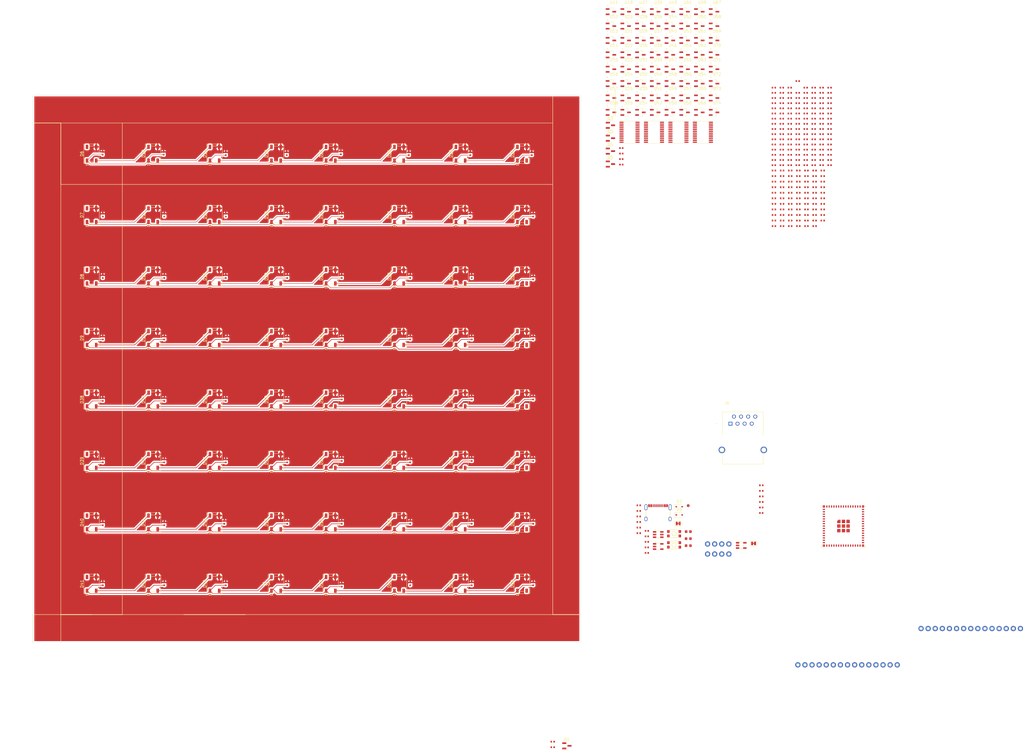
<source format=kicad_pcb>
(kicad_pcb (version 20241229) (generator "pcbnew") (generator_version "9.0")
  (layers (0 "F.Cu" signal "Front") (2 "B.Cu" signal "Back") (13 "F.Paste" user) (15 "B.Paste" user) (5 "F.SilkS" user "F.Silkscreen") (7 "B.SilkS" user "B.Silkscreen") (1 "F.Mask" user) (3 "B.Mask" user) (25 "Edge.Cuts" user))
  (net 0 "")
  (net 1 "ESP~{RST}")
  (net 2 "GND")
  (net 3 "3.3V")
  (net 4 "+5V")
  (net 5 "5V")
  (net 6 "3.3V_P")
  (net 7 "Hall_1")
  (net 8 "Net-(D1-A)")
  (net 9 "VUSB")
  (net 10 "VDOBOT")
  (net 11 "Net-(D4-A)")
  (net 12 "Net-(D10-DIN)")
  (net 13 "HV_ESP46{slash}LED")
  (net 14 "LED_OUT_1")
  (net 15 "Net-(D11-DIN)")
  (net 16 "Net-(D12-DIN)")
  (net 17 "LED_OUT_2")
  (net 18 "LED_OUT_3")
  (net 19 "Net-(D13-DIN)")
  (net 20 "Net-(D10-DOUT)")
  (net 21 "Net-(D11-DOUT)")
  (net 22 "Net-(D12-DOUT)")
  (net 23 "Net-(D13-DOUT)")
  (net 24 "Net-(D14-DOUT)")
  (net 25 "Net-(D15-DOUT)")
  (net 26 "Net-(D16-DOUT)")
  (net 27 "Net-(D17-DOUT)")
  (net 28 "Net-(D18-DOUT)")
  (net 29 "Net-(D19-DOUT)")
  (net 30 "Net-(D20-DOUT)")
  (net 31 "Net-(D21-DOUT)")
  (net 32 "Net-(D22-DOUT)")
  (net 33 "Net-(D23-DOUT)")
  (net 34 "Net-(D24-DOUT)")
  (net 35 "Net-(D25-DOUT)")
  (net 36 "Net-(D26-DOUT)")
  (net 37 "Net-(D27-DOUT)")
  (net 38 "Net-(D28-DOUT)")
  (net 39 "Net-(D29-DOUT)")
  (net 40 "Net-(D30-DOUT)")
  (net 41 "Net-(D31-DOUT)")
  (net 42 "Net-(D32-DOUT)")
  (net 43 "Net-(D33-DOUT)")
  (net 44 "LED_OUT_4")
  (net 45 "Net-(D38-DOUT)")
  (net 46 "LED_OUT_5")
  (net 47 "Net-(D39-DOUT)")
  (net 48 "LED_OUT_6")
  (net 49 "Net-(D40-DOUT)")
  (net 50 "Net-(D41-DOUT)")
  (net 51 "LED_OUT_7")
  (net 52 "Net-(D42-DOUT)")
  (net 53 "Net-(D43-DOUT)")
  (net 54 "Net-(D44-DOUT)")
  (net 55 "Net-(D45-DOUT)")
  (net 56 "Net-(D46-DOUT)")
  (net 57 "Net-(D47-DOUT)")
  (net 58 "Net-(D48-DOUT)")
  (net 59 "Net-(D49-DOUT)")
  (net 60 "Net-(D50-DOUT)")
  (net 61 "Net-(D51-DOUT)")
  (net 62 "Net-(D52-DOUT)")
  (net 63 "Net-(D53-DOUT)")
  (net 64 "Net-(D54-DOUT)")
  (net 65 "Net-(D55-DOUT)")
  (net 66 "Net-(D56-DOUT)")
  (net 67 "Net-(D57-DOUT)")
  (net 68 "Net-(D58-DOUT)")
  (net 69 "Net-(D59-DOUT)")
  (net 70 "Net-(D60-DOUT)")
  (net 71 "Net-(D61-DOUT)")
  (net 72 "Net-(D62-DOUT)")
  (net 73 "Net-(D63-DOUT)")
  (net 74 "Net-(D64-DOUT)")
  (net 75 "Net-(D65-DOUT)")
  (net 78 "ESP19{slash}D-")
  (net 82 "Net-(J1-CC1)")
  (net 83 "Net-(J1-CC2)")
  (net 84 "ESP20{slash}D+")
  (net 87 "ESP10{slash}A0")
  (net 88 "ESP44{slash}RXI")
  (net 89 "ESP17{slash}A4")
  (net 90 "ESP16{slash}A3")
  (net 91 "ESP43{slash}TXO")
  (net 92 "ESP13{slash}POCI")
  (net 93 "ESP18{slash}A5")
  (net 94 "ESP14{slash}A1")
  (net 95 "ESP11{slash}PICO")
  (net 96 "ESP12{slash}SCK")
  (net 97 "ESP15{slash}A2")
  (net 98 "ESP1")
  (net 99 "ESP21")
  (net 101 "ESP7")
  (net 102 "ESP8{slash}SDA")
  (net 103 "EN")
  (net 104 "ESP4")
  (net 105 "ESP9{slash}SCL")
  (net 108 "ESP2")
  (net 109 "ESP6")
  (net 110 "ESP5")
  (net 113 "Net-(J6-Pin_3)")
  (net 114 "Net-(J6-Pin_1)")
  (net 115 "Net-(J6-Pin_4)")
  (net 116 "Net-(J6-Pin_2)")
  (net 117 "Net-(JP1-A)")
  (net 118 "Net-(JP2-A)")
  (net 119 "ESP46{slash}LED")
  (net 120 "LV_SIG_1")
  (net 121 "SIG_1")
  (net 122 "SIG_2")
  (net 123 "LV_SIG_2")
  (net 124 "LV_SIG_3")
  (net 125 "SIG_3")
  (net 126 "SIG_4")
  (net 127 "LV_SIG_4")
  (net 128 "ESP0{slash}STAT")
  (net 129 "ESP45{slash}Q_EN")
  (net 130 "S2")
  (net 132 "S0")
  (net 133 "S1")
  (net 135 "ESP35{slash}~{ALRT}")
  (net 138 "ESP41{slash}LP_CTL")
  (net 139 "S3")
  (net 144 "Hall_15")
  (net 145 "Hall_13")
  (net 146 "Hall_14")
  (net 147 "Hall_5")
  (net 148 "Hall_3")
  (net 149 "Hall_16")
  (net 150 "Hall_2")
  (net 151 "Hall_8")
  (net 152 "Hall_12")
  (net 153 "Hall_9")
  (net 154 "Hall_10")
  (net 155 "Hall_6")
  (net 156 "Hall_4")
  (net 157 "Hall_7")
  (net 158 "Hall_11")
  (net 159 "Hall_25")
  (net 160 "Hall_21")
  (net 161 "Hall_23")
  (net 162 "Hall_17")
  (net 163 "Hall_30")
  (net 164 "Hall_26")
  (net 165 "Hall_31")
  (net 166 "Hall_28")
  (net 167 "Hall_22")
  (net 168 "Hall_29")
  (net 169 "Hall_32")
  (net 170 "Hall_24")
  (net 171 "Hall_20")
  (net 172 "Hall_27")
  (net 173 "Hall_19")
  (net 174 "Hall_18")
  (net 175 "Hall_44")
  (net 176 "Hall_46")
  (net 177 "Hall_33")
  (net 178 "Hall_37")
  (net 179 "Hall_39")
  (net 180 "Hall_36")
  (net 181 "Hall_35")
  (net 182 "Hall_45")
  (net 183 "Hall_41")
  (net 184 "Hall_40")
  (net 185 "Hall_48")
  (net 186 "Hall_43")
  (net 187 "Hall_34")
  (net 188 "Hall_38")
  (net 189 "Hall_47")
  (net 190 "Hall_42")
  (net 191 "Hall_62")
  (net 192 "Hall_64")
  (net 193 "Hall_56")
  (net 194 "Hall_57")
  (net 195 "Hall_58")
  (net 196 "Hall_50")
  (net 197 "Hall_53")
  (net 198 "Hall_59")
  (net 199 "Hall_63")
  (net 200 "Hall_54")
  (net 201 "Hall_61")
  (net 202 "Hall_55")
  (net 203 "Hall_60")
  (net 204 "Hall_51")
  (net 205 "Hall_49")
  (net 206 "Hall_52")
  (footprint "SparkFun-Resistor:R_0402_1005Metric" (layer "F.Cu") (at 319.68 71)
    (property "Reference" "R70")
    (property "Value" "10k")
  )
  (footprint "SparkFun-Resistor:R_0402_1005Metric" (layer "F.Cu") (at 322.59 71)
    (property "Reference" "R81")
    (property "Value" "10k")
  )
  (footprint "US5881ESE-AAA-000-RE:SOT95P280X100-3N" (layer "F.Cu") (at 252.08 46.202)
    (property "Reference" "U26")
    (property "Value" "US5881ESE-AAA-000-RE")
  )
  (footprint "PCM_JLCPCB:C_0402" (layer "F.Cu") (at 316.5 57.7)
    (property "Reference" "C155" (hide yes))
    (property "Value" "4.7nF")
  )
  (footprint "SparkFun-Resistor:R_0402_1005Metric" (layer "F.Cu") (at 322.59 84.93)
    (property "Reference" "R88")
    (property "Value" "10k")
  )
  (footprint "US5881ESE-AAA-000-RE:SOT95P280X100-3N" (layer "F.Cu") (at 278.43 46.202)
    (property "Reference" "U66")
    (property "Value" "US5881ESE-AAA-000-RE")
  )
  (footprint "US5881ESE-AAA-000-RE:SOT95P280X100-3N" (layer "F.Cu") (at 278.43 25.602)
    (property "Reference" "U62")
    (property "Value" "US5881ESE-AAA-000-RE")
  )
  (footprint "LED_SMD:LED_WS2812B_PLCC4_5.0x5.0mm_P3.2mm" (layer "F.Cu") (at 127 105 90)
    (property "Reference" "D20")
    (property "Value" "WS2812B")
  )
  (footprint "PCM_JLCPCB:C_0402" (layer "F.Cu") (at 310.8 59.55)
    (property "Reference" "C124" (hide yes))
    (property "Value" "4.7nF")
  )
  (footprint "PCM_JLCPCB:C_0402" (layer "F.Cu") (at 319.35 37.35)
    (property "Reference" "C160" (hide yes))
    (property "Value" "100nF")
  )
  (footprint "PCM_JLCPCB:C_0402" (layer "F.Cu") (at 87 105 90)
    (property "Reference" "C29" (hide yes))
    (property "Value" "100nF")
  )
  (footprint "US5881ESE-AAA-000-RE:SOT95P280X100-3N" (layer "F.Cu") (at 262.62 35.902)
    (property "Reference" "U40")
    (property "Value" "US5881ESE-AAA-000-RE")
  )
  (footprint "PCM_JLCPCB:C_0402" (layer "F.Cu") (at 313.65 63.25)
    (property "Reference" "C142" (hide yes))
    (property "Value" "4.7nF")
  )
  (footprint "PCM_JLCPCB:C_0402" (layer "F.Cu") (at 322.2 37.35)
    (property "Reference" "C176" (hide yes))
    (property "Value" "100nF")
  )
  (footprint "SparkFun-Capacitor:C_0402_1005Metric" (layer "F.Cu") (at 259.662 199.975)
    (property "Reference" "C4")
    (property "Value" "2.2uF")
  )
  (footprint "PCM_JLCPCB:C_0402" (layer "F.Cu") (at 219 170.5 90)
    (property "Reference" "C59" (hide yes))
    (property "Value" "100nF")
  )
  (footprint "LED_SMD:LED_WS2812B_PLCC4_5.0x5.0mm_P3.2mm" (layer "F.Cu") (at 105 105 90)
    (property "Reference" "D16")
    (property "Value" "WS2812B")
  )
  (footprint "PCM_JLCPCB:C_0402" (layer "F.Cu") (at 310.8 48.45)
    (property "Reference" "C118" (hide yes))
    (property "Value" "100nF")
  )
  (footprint "PCM_JLCPCB:C_0402" (layer "F.Cu") (at 316.5 42.9)
    (property "Reference" "C147" (hide yes))
    (property "Value" "100nF")
  )
  (footprint "LED_SMD:LED_WS2812B_PLCC4_5.0x5.0mm_P3.2mm" (layer "F.Cu") (at 105 193 90)
    (property "Reference" "D48")
    (property "Value" "WS2812B")
  )
  (footprint "SparkFun-Connector:1x04" (layer "F.Cu") (at 281.382 204.325)
    (property "Reference" "J6")
    (property "Value" "I2C")
  )
  (footprint "SparkFun-Resistor:R_0402_1005Metric" (layer "F.Cu") (at 310.95 86.92)
    (property "Reference" "R45")
    (property "Value" "10k")
  )
  (footprint "LED_SMD:LED_WS2812B_PLCC4_5.0x5.0mm_P3.2mm" (layer "F.Cu") (at 105 127 90)
    (property "Reference" "D17")
    (property "Value" "WS2812B")
  )
  (footprint "US5881ESE-AAA-000-RE:SOT95P280X100-3N" (layer "F.Cu") (at 283.7 41.052)
    (property "Reference" "U73")
    (property "Value" "US5881ESE-AAA-000-RE")
  )
  (footprint "PCM_JLCPCB:C_0402" (layer "F.Cu") (at 305.1 50.3)
    (property "Reference" "C87" (hide yes))
    (property "Value" "100nF")
  )
  (footprint "LED_SMD:LED_WS2812B_PLCC4_5.0x5.0mm_P3.2mm" (layer "F.Cu") (at 105 61 90)
    (property "Reference" "D14")
    (property "Value" "WS2812B")
  )
  (footprint "PCM_JLCPCB:C_0402" (layer "F.Cu") (at 325.05 48.45)
    (property "Reference" "C198" (hide yes))
    (property "Value" "100nF")
  )
  (footprint "SparkFun-Resistor:R_0402_1005Metric" (layer "F.Cu") (at 319.68 82.94)
    (property "Reference" "R76")
    (property "Value" "10k")
  )
  (footprint "LED_SMD:LED_WS2812B_PLCC4_5.0x5.0mm_P3.2mm" (layer "F.Cu") (at 193 83 90)
    (property "Reference" "D31")
    (property "Value" "WS2812B")
  )
  (footprint "SparkFun-Resistor:R_0402_1005Metric" (layer "F.Cu") (at 316.77 69.01)
    (property "Reference" "R58")
    (property "Value" "10k")
  )
  (footprint "PCM_JLCPCB:C_0402" (layer "F.Cu") (at 313.65 65.1)
    (property "Reference" "C143" (hide yes))
    (property "Value" "4.7nF")
  )
  (footprint "PCM_JLCPCB:C_0402" (layer "F.Cu") (at 325.05 57.7)
    (property "Reference" "C203" (hide yes))
    (property "Value" "4.7nF")
  )
  (footprint "SparkFun-Resistor:R_0402_1005Metric" (layer "F.Cu") (at 225.9825 273.49)
    (property "Reference" "R90")
    (property "Value" "10k")
  )
  (footprint "US5881ESE-AAA-000-RE:SOT95P280X100-3N" (layer "F.Cu") (at 246.81 46.202)
    (property "Reference" "U18")
    (property "Value" "US5881ESE-AAA-000-RE")
  )
  (footprint "LED_SMD:LED_WS2812B_PLCC4_5.0x5.0mm_P3.2mm" (layer "F.Cu") (at 146.55 105 90)
    (property "Reference" "D24")
    (property "Value" "WS2812B")
  )
  (footprint "SparkFun-Semiconductor-Standard:TSSOP-24_4.4x7.8mm_P0.65mm" (layer "F.Cu") (at 270.96 53.327)
    (property "Reference" "U9")
    (property "Value" "CD74HC4067")
  )
  (footprint "PCM_JLCPCB:C_0402" (layer "F.Cu") (at 305.1 41.05)
    (property "Reference" "C82" (hide yes))
    (property "Value" "100nF")
  )
  (footprint "US5881ESE-AAA-000-RE:SOT95P280X100-3N" (layer "F.Cu") (at 267.89 30.752)
    (property "Reference" "U47")
    (property "Value" "US5881ESE-AAA-000-RE")
  )
  (footprint "US5881ESE-AAA-000-RE:SOT95P280X100-3N" (layer "F.Cu") (at 252.08 20.452)
    (property "Reference" "U21")
    (property "Value" "US5881ESE-AAA-000-RE")
  )
  (footprint "PCM_JLCPCB:C_0402" (layer "F.Cu") (at 150.5 170.5 90)
    (property "Reference" "C56" (hide yes))
    (property "Value" "100nF")
  )
  (footprint "PCM_JLCPCB:C_0402" (layer "F.Cu") (at 219 127 90)
    (property "Reference" "C43" (hide yes))
    (property "Value" "100nF")
  )
  (footprint "PCM_JLCPCB:C_0402" (layer "F.Cu") (at 175 83 90)
    (property "Reference" "C25" (hide yes))
    (property "Value" "100nF")
  )
  (footprint "LED_SMD:LED_WS2812B_PLCC4_5.0x5.0mm_P3.2mm" (layer "F.Cu") (at 127 171 90)
    (property "Reference" "D51")
    (property "Value" "WS2812B")
  )
  (footprint "SparkFun-Resistor:R_0402_1005Metric" (layer "F.Cu") (at 300.612 181.705)
    (property "Reference" "R8")
    (property "Value" "100k")
  )
  (footprint "US5881ESE-AAA-000-RE:SOT95P280X100-3N" (layer "F.Cu") (at 278.43 15.302)
    (property "Reference" "U60")
    (property "Value" "US5881ESE-AAA-000-RE")
  )
  (footprint "US5881ESE-AAA-000-RE:SOT95P280X100-3N" (layer "F.Cu") (at 257.35 35.902)
    (property "Reference" "U32")
    (property "Value" "US5881ESE-AAA-000-RE")
  )
  (footprint "LED_SMD:LED_WS2812B_PLCC4_5.0x5.0mm_P3.2mm" (layer "F.Cu") (at 193 61 90)
    (property "Reference" "D30")
    (property "Value" "WS2812B")
  )
  (footprint "SparkFun-Jumper:Jumper_2_NC_Trace" (layer "F.Cu") (at 270.8724 193.3922)
    (property "Reference" "JP1")
    (property "Value" "~")
  )
  (footprint "LED_SMD:LED_WS2812B_PLCC4_5.0x5.0mm_P3.2mm" (layer "F.Cu") (at 146.55 149 90)
    (property "Reference" "D54")
    (property "Value" "WS2812B")
  )
  (footprint "PCM_JLCPCB:C_0402" (layer "F.Cu") (at 108.5 193 90)
    (property "Reference" "C62" (hide yes))
    (property "Value" "100nF")
  )
  (footprint "US5881ESE-AAA-000-RE:SOT95P280X100-3N" (layer "F.Cu") (at 273.16 10.152)
    (property "Reference" "U51")
    (property "Value" "US5881ESE-AAA-000-RE")
  )
  (footprint "SparkFun-Resistor:R_0402_1005Metric" (layer "F.Cu") (at 308.04 67.02)
    (property "Reference" "R24")
    (property "Value" "10k")
  )
  (footprint "LED_SMD:LED_WS2812B_PLCC4_5.0x5.0mm_P3.2mm" (layer "F.Cu") (at 105 215 90)
    (property "Reference" "D49")
    (property "Value" "WS2812B")
  )
  (footprint "LED_SMD:LED_WS2812B_PLCC4_5.0x5.0mm_P3.2mm" (layer "F.Cu") (at 83 127 90)
    (property "Reference" "D13")
    (property "Value" "WS2812B")
  )
  (footprint "SparkFun-Capacitor:C_0402_1005Metric" (layer "F.Cu") (at 259.662 203.915)
    (property "Reference" "C6")
    (property "Value" "1.0uF")
  )
  (footprint "PCM_JLCPCB:C_0402" (layer "F.Cu") (at 131 193 90)
    (property "Reference" "C63" (hide yes))
    (property "Value" "100nF")
  )
  (footprint "PCM_JLCPCB:C_0402" (layer "F.Cu") (at 316.5 48.45)
    (property "Reference" "C150" (hide yes))
    (property "Value" "100nF")
  )
  (footprint "LED_SMD:LED_WS2812B_PLCC4_5.0x5.0mm_P3.2mm" (layer "F.Cu") (at 83 83 90)
    (property "Reference" "D11")
    (property "Value" "WS2812B")
  )
  (footprint "PCM_JLCPCB:C_0402" (layer "F.Cu") (at 87 171 90)
    (property "Reference" "C53" (hide yes))
    (property "Value" "100nF")
  )
  (footprint "LED_SMD:LED_WS2812B_PLCC4_5.0x5.0mm_P3.2mm" (layer "F.Cu") (at 127 193 90)
    (property "Reference" "D52")
    (property "Value" "WS2812B")
  )
  (footprint "LED_SMD:LED_WS2812B_PLCC4_5.0x5.0mm_P3.2mm" (layer "F.Cu") (at 127 215 90)
    (property "Reference" "D53")
    (property "Value" "WS2812B")
  )
  (footprint "US5881ESE-AAA-000-RE:SOT95P280X100-3N" (layer "F.Cu") (at 262.62 30.752)
    (property "Reference" "U39")
    (property "Value" "US5881ESE-AAA-000-RE")
  )
  (footprint "SparkFun-Resistor:R_0402_1005Metric" (layer "F.Cu") (at 310.95 76.97)
    (property "Reference" "R40")
    (property "Value" "10k")
  )
  (footprint "PCM_JLCPCB:C_0402" (layer "F.Cu") (at 310.8 63.25)
    (property "Reference" "C126" (hide yes))
    (property "Value" "4.7nF")
  )
  (footprint "SparkFun-Resistor:R_0402_1005Metric" (layer "F.Cu") (at 310.95 84.93)
    (property "Reference" "R44")
    (property "Value" "10k")
  )
  (footprint "US5881ESE-AAA-000-RE:SOT95P280X100-3N" (layer "F.Cu") (at 278.43 35.902)
    (property "Reference" "U64")
    (property "Value" "US5881ESE-AAA-000-RE")
  )
  (footprint "US5881ESE-AAA-000-RE:SOT95P280X100-3N" (layer "F.Cu") (at 273.16 15.302)
    (property "Reference" "U52")
    (property "Value" "US5881ESE-AAA-000-RE")
  )
  (footprint "PCM_JLCPCB:C_0402" (layer "F.Cu") (at 325.05 55.85)
    (property "Reference" "C202" (hide yes))
    (property "Value" "4.7nF")
  )
  (footprint "SparkFun-Aesthetic:Creative_Commons_License" (layer "F.Cu") (at 165.9339 120.6178)
    (property "Reference" "G1" (hide yes))
    (property "Value" "OSHW_Logo" (hide yes))
  )
  (footprint "PCM_JLCPCB:C_0402" (layer "F.Cu") (at 307.95 65.1)
    (property "Reference" "C111" (hide yes))
    (property "Value" "4.7nF")
  )
  (footprint "LED_SMD:LED_WS2812B_PLCC4_5.0x5.0mm_P3.2mm" (layer "F.Cu") (at 146.55 215 90)
    (property "Reference" "D57")
    (property "Value" "WS2812B")
  )
  (footprint "PCM_JLCPCB:C_0402" (layer "F.Cu") (at 310.8 42.9)
    (property "Reference" "C115" (hide yes))
    (property "Value" "100nF")
  )
  (footprint "PCM_JLCPCB:C_0402" (layer "F.Cu") (at 65 149 90)
    (property "Reference" "C44" (hide yes))
    (property "Value" "100nF")
  )
  (footprint "PCM_JLCPCB:C_0402" (layer "F.Cu") (at 310.8 41.05)
    (property "Reference" "C114" (hide yes))
    (property "Value" "100nF")
  )
  (footprint "SparkFun-Resistor:R_0402_1005Metric" (layer "F.Cu") (at 316.77 71)
    (property "Reference" "R59")
    (property "Value" "10k")
  )
  (footprint "PCM_JLCPCB:C_0402" (layer "F.Cu") (at 219 83 90)
    (property "Reference" "C27" (hide yes))
    (property "Value" "100nF")
  )
  (footprint "PCM_JLCPCB:C_0402" (layer "F.Cu") (at 325.05 65.1)
    (property "Reference" "C207" (hide yes))
    (property "Value" "4.7nF")
  )
  (footprint "SparkFun-Semiconductor-Standard:SOT23-5" (layer "F.Cu") (at 293.422 201.2402)
    (property "Reference" "U4")
    (property "Value" "RT9080-3.3")
  )
  (footprint "LED_SMD:LED_WS2812B_PLCC4_5.0x5.0mm_P3.2mm" (layer "F.Cu") (at 193 171 90)
    (property "Reference" "D63")
    (property "Value" "WS2812B")
  )
  (footprint "SparkFun-Resistor:R_0402_1005Metric" (layer "F.Cu") (at 319.68 67.02)
    (property "Reference" "R68")
    (property "Value" "10k")
  )
  (footprint "LED_SMD:LED_WS2812B_PLCC4_5.0x5.0mm_P3.2mm" (layer "F.Cu") (at 215 105 90)
    (property "Reference" "D36")
    (property "Value" "WS2812B")
  )
  (footprint "SparkFun-Resistor:R_0402_1005Metric" (layer "F.Cu") (at 322.59 74.98)
    (property "Reference" "R83")
    (property "Value" "10k")
  )
  (footprint "US5881ESE-AAA-000-RE:SOT95P280X100-3N" (layer "F.Cu") (at 252.08 10.152)
    (property "Reference" "U19")
    (property "Value" "US5881ESE-AAA-000-RE")
  )
  (footprint "PCM_JLCPCB:C_0402" (layer "F.Cu") (at 109 171 90)
    (property "Reference" "C54" (hide yes))
    (property "Value" "100nF")
  )
  (footprint "US5881ESE-AAA-000-RE:SOT95P280X100-3N" (layer "F.Cu") (at 252.08 35.902)
    (property "Reference" "U24")
    (property "Value" "US5881ESE-AAA-000-RE")
  )
  (footprint "SparkFun-Resistor:R_0402_1005Metric" (layer "F.Cu") (at 316.77 80.95)
    (property "Reference" "R64")
    (property "Value" "10k")
  )
  (footprint "SparkFun-Resistor:R_0402_1005Metric" (layer "F.Cu") (at 305.13 69.01)
    (property "Reference" "R14")
    (property "Value" "10k")
  )
  (footprint "SparkFun-Resistor:R_0402_1005Metric" (layer "F.Cu") (at 305.13 84.93)
    (property "Reference" "R22")
    (property "Value" "10k")
  )
  (footprint "SparkFun-Capacitor:C_0402_1005Metric" (layer "F.Cu") (at 300.592 189.635)
    (property "Reference" "C8")
    (property "Value" "10uF")
  )
  (footprint "US5881ESE-AAA-000-RE:SOT95P280X100-3N" (layer "F.Cu") (at 278.43 41.052)
    (property "Reference" "U65")
    (property "Value" "US5881ESE-AAA-000-RE")
  )
  (footprint "US5881ESE-AAA-000-RE:SOT95P280X100-3N" (layer "F.Cu") (at 257.35 41.052)
    (property "Reference" "U33")
    (property "Value" "US5881ESE-AAA-000-RE")
  )
  (footprint "US5881ESE-AAA-000-RE:SOT95P280X100-3N" (layer "F.Cu") (at 283.7 46.202)
    (property "Reference" "U74")
    (property "Value" "US5881ESE-AAA-000-RE")
  )
  (footprint "SparkFun-LED:LED_0603_1608Metric_Red" (layer "F.Cu") (at 274.482 201.325)
    (property "Reference" "D4")
    (property "Value" "Red")
  )
  (footprint "SparkFun-Resistor:R_0402_1005Metric" (layer "F.Cu") (at 322.59 67.02)
    (property "Reference" "R79")
    (property "Value" "10k")
  )
  (footprint "SparkFun-Resistor:R_0402_1005Metric" (layer "F.Cu") (at 310.95 82.94)
    (property "Reference" "R43")
    (property "Value" "10k")
  )
  (footprint "PCM_JLCPCB:C_0402" (layer "F.Cu") (at 325.05 52.15)
    (property "Reference" "C200" (hide yes))
    (property "Value" "4.7nF")
  )
  (footprint "PCM_JLCPCB:C_0402" (layer "F.Cu") (at 219 193 90)
    (property "Reference" "C68" (hide yes))
    (property "Value" "100nF")
  )
  (footprint "US5881ESE-AAA-000-RE:SOT95P280X100-3N" (layer "F.Cu") (at 252.08 25.602)
    (property "Reference" "U22")
    (property "Value" "US5881ESE-AAA-000-RE")
  )
  (footprint "PCM_JLCPCB:C_0402" (layer "F.Cu") (at 305.1 48.45)
    (property "Reference" "C86" (hide yes))
    (property "Value" "100nF")
  )
  (footprint "US5881ESE-AAA-000-RE:SOT95P280X100-3N" (layer "F.Cu") (at 267.89 10.152)
    (property "Reference" "U43")
    (property "Value" "US5881ESE-AAA-000-RE")
  )
  (footprint "Package_TO_SOT_SMD:SOT-23" (layer "F.Cu") (at 246.63 64.702)
    (property "Reference" "Q5")
    (property "Value" "BSS138")
  )
  (footprint "PCM_JLCPCB:C_0402" (layer "F.Cu") (at 325.05 37.35)
    (property "Reference" "C192" (hide yes))
    (property "Value" "100nF")
  )
  (footprint "LED_SMD:LED_WS2812B_PLCC4_5.0x5.0mm_P3.2mm" (layer "F.Cu") (at 83 193 90)
    (property "Reference" "D44")
    (property "Value" "WS2812B")
  )
  (footprint "PCM_JLCPCB:C_0402" (layer "F.Cu") (at 175 148.5 90)
    (property "Reference" "C49" (hide yes))
    (property "Value" "100nF")
  )
  (footprint "US5881ESE-AAA-000-RE:SOT95P280X100-3N" (layer "F.Cu") (at 252.08 15.302)
    (property "Reference" "U20")
    (property "Value" "US5881ESE-AAA-000-RE")
  )
  (footprint "SparkFun-Resistor:R_0402_1005Metric" (layer "F.Cu") (at 319.68 78.96)
    (property "Reference" "R74")
    (property "Value" "10k")
  )
  (footprint "PCM_JLCPCB:C_0402" (layer "F.Cu") (at 175 171 90)
    (property "Reference" "C57" (hide yes))
    (property "Value" "100nF")
  )
  (footprint "PCM_JLCPCB:C_0402" (layer "F.Cu") (at 218.5 61 90)
    (property "Reference" "C19" (hide yes))
    (property "Value" "100nF")
  )
  (footprint "SparkFun-Capacitor:C_0603_1608Metric" (layer "F.Cu") (at 274.482 196.305)
    (property "Reference" "C2")
    (property "Value" "22uF")
  )
  (footprint "US5881ESE-AAA-000-RE:SOT95P280X100-3N" (layer "F.Cu") (at 246.81 41.052)
    (property "Reference" "U17")
    (property "Value" "US5881ESE-AAA-000-RE")
  )
  (footprint "SparkFun-Resistor:R_0402_1005Metric" (layer "F.Cu") (at 300.612 183.695)
    (property "Reference" "R9")
    (property "Value" "2.2k")
  )
  (footprint "PCM_JLCPCB:C_0402" (layer "F.Cu") (at 150.2 60.7 90)
    (property "Reference" "C16" (hide yes))
    (property "Value" "100nF")
  )
  (footprint "SparkFun-Resistor:R_0402_1005Metric" (layer "F.Cu") (at 313.86 82.94)
    (property "Reference" "R54")
    (property "Value" "10k")
  )
  (footprint "Package_TO_SOT_SMD:SOT-23" (layer "F.Cu") (at 246.63 50.827)
    (property "Reference" "Q2")
    (property "Value" "BSS138")
  )
  (footprint "PCM_JLCPCB:C_0402" (layer "F.Cu") (at 197 170.5 90)
    (property "Reference" "C58" (hide yes))
    (property "Value" "100nF")
  )
  (footprint "SparkFun-Capacitor:C_0402_1005Metric" (layer "F.Cu") (at 259.662 198.005)
    (property "Reference" "C3")
    (property "Value" "4.7uF")
  )
  (footprint "SparkFun-Resistor:R_0402_1005Metric" (layer "F.Cu") (at 313.86 78.96)
    (property "Reference" "R52")
    (property "Value" "10k")
  )
  (footprint "PCM_JLCPCB:C_0402" (layer "F.Cu") (at 196.5 61 90)
    (property "Reference" "C18" (hide yes))
    (property "Value" "100nF")
  )
  (footprint "US5881ESE-AAA-000-RE:SOT95P280X100-3N" (layer "F.Cu") (at 283.7 10.152)
    (property "Reference" "U67")
    (property "Value" "US5881ESE-AAA-000-RE")
  )
  (footprint "PCM_JLCPCB:C_0402" (layer "F.Cu") (at 307.95 55.85)
    (property "Reference" "C106" (hide yes))
    (property "Value" "4.7nF")
  )
  (footprint "LED_SMD:LED_WS2812B_PLCC4_5.0x5.0mm_P3.2mm" (layer "F.Cu") (at 105 83 90)
    (property "Reference" "D15")
    (property "Value" "WS2812B")
  )
  (footprint "PCM_JLCPCB:C_0402" (layer "F.Cu") (at 319.35 42.9)
    (property "Reference" "C163" (hide yes))
    (property "Value" "100nF")
  )
  (footprint "SparkFun-Resistor:R_0402_1005Metric" (layer "F.Cu") (at 313.86 69.01)
    (property "Reference" "R47")
    (property "Value" "10k")
  )
  (footprint "LED_SMD:LED_WS2812B_PLCC4_5.0x5.0mm_P3.2mm" (layer "F.Cu") (at 215 61 90)
    (property "Reference" "D34")
    (property "Value" "WS2812B")
  )
  (footprint "SparkFun-LED:LED_0603_1608Metric_Green" (layer "F.Cu") (at 274.482 198.815)
    (property "Reference" "D1")
    (property "Value" "Green")
  )
  (footprint "SparkFun-Capacitor:C_0402_1005Metric" (layer "F.Cu") (at 300.592 187.665)
    (property "Reference" "C7")
    (property "Value" "2.2uF")
  )
  (footprint "PCM_JLCPCB:C_0402" (layer "F.Cu") (at 87 83 90)
    (property "Reference" "C21" (hide yes))
    (property "Value" "100nF")
  )
  (footprint "PCM_JLCPCB:C_0402" (layer "F.Cu") (at 322.2 48.45)
    (property "Reference" "C182" (hide yes))
    (property "Value" "100nF")
  )
  (footprint "PCM_JLCPCB:C_0402" (layer "F.Cu") (at 131 127 90)
    (property "Reference" "C39" (hide yes))
    (property "Value" "100nF")
  )
  (footprint "US5881ESE-AAA-000-RE:SOT95P280X100-3N" (layer "F.Cu") (at 257.35 20.452)
    (property "Reference" "U29")
    (property "Value" "US5881ESE-AAA-000-RE")
  )
  (footprint "US5881ESE-AAA-000-RE:SOT95P280X100-3N" (layer "F.Cu") (at 278.43 10.152)
    (property "Reference" "U59")
    (property "Value" "US5881ESE-AAA-000-RE")
  )
  (footprint "PCM_JLCPCB:C_0402" (layer "F.Cu") (at 316.5 39.2)
    (property "Reference" "C145" (hide yes))
    (property "Value" "100nF")
  )
  (footprint "PCM_JLCPCB:C_0402" (layer "F.Cu") (at 305.1 55.85)
    (property "Reference" "C90" (hide yes))
    (property "Value" "4.7nF")
  )
  (footprint "PCM_JLCPCB:C_0402" (layer "F.Cu") (at 307.95 37.35)
    (property "Reference" "C96" (hide yes))
    (property "Value" "100nF")
  )
  (footprint "PCM_JLCPCB:C_0402" (layer "F.Cu") (at 322.2 61.4)
    (property "Reference" "C189" (hide yes))
    (property "Value" "4.7nF")
  )
  (footprint "PCM_JLCPCB:C_0402" (layer "F.Cu") (at 87 127 90)
    (property "Reference" "C37" (hide yes))
    (property "Value" "100nF")
  )
  (footprint "SparkFun-Resistor:R_0402_1005Metric" (layer "F.Cu") (at 310.95 67.02)
    (property "Reference" "R35")
    (property "Value" "10k")
  )
  (footprint "SparkFun-Resistor:R_0402_1005Metric" (layer "F.Cu") (at 319.68 69.01)
    (property "Reference" "R69")
    (property "Value" "10k")
  )
  (footprint "PCM_JLCPCB:C_0402" (layer "F.Cu") (at 319.35 65.1)
    (property "Reference" "C175" (hide yes))
    (property "Value" "4.7nF")
  )
  (footprint "PCM_JLCPCB:C_0402" (layer "F.Cu") (at 307.95 39.2)
    (property "Reference" "C97" (hide yes))
    (property "Value" "100nF")
  )
  (footprint "SparkFun-Resistor:R_0402_1005Metric" (layer "F.Cu") (at 308.04 72.99)
    (property "Reference" "R27")
    (property "Value" "10k")
  )
  (footprint "PCM_JLCPCB:C_0402" (layer "F.Cu") (at 305.1 42.9)
    (property "Reference" "C83" (hide yes))
    (property "Value" "100nF")
  )
  (footprint "PCM_JLCPCB:C_0402" (layer "F.Cu") (at 150.5 127 90)
    (property "Reference" "C40" (hide yes))
    (property "Value" "100nF")
  )
  (footprint "SparkFun-Resistor:R_0402_1005Metric" (layer "F.Cu") (at 313.86 74.98)
    (property "Reference" "R50")
    (property "Value" "10k")
  )
  (footprint "PCM_JLCPCB:C_0402" (layer "F.Cu") (at 310.8 46.6)
    (property "Reference" "C117" (hide yes))
    (property "Value" "100nF")
  )
  (footprint "LED_SMD:LED_WS2812B_PLCC4_5.0x5.0mm_P3.2mm" (layer "F.Cu") (at 61 127 90)
    (property "Reference" "D9")
    (property "Value" "WS2812B")
  )
  (footprint "LED_SMD:LED_WS2812B_PLCC4_5.0x5.0mm_P3.2mm" (layer "F.Cu") (at 215 83 90)
    (property "Reference" "D35")
    (property "Value" "WS2812B")
  )
  (footprint "LED_SMD:LED_WS2812B_PLCC4_5.0x5.0mm_P3.2mm" (layer "F.Cu") (at 171 215 90)
    (property "Reference" "D61")
    (property "Value" "WS2812B")
  )
  (footprint "PCM_JLCPCB:C_0402" (layer "F.Cu") (at 322.2 57.7)
    (property "Reference" "C187" (hide yes))
    (property "Value" "4.7nF")
  )
  (footprint "US5881ESE-AAA-000-RE:SOT95P280X100-3N" (layer "F.Cu") (at 273.16 20.452)
    (property "Reference" "U53")
    (property "Value" "US5881ESE-AAA-000-RE")
  )
  (footprint "PCM_JLCPCB:C_0402" (layer "F.Cu") (at 65 215 90)
    (property "Reference" "C69" (hide yes))
    (property "Value" "100nF")
  )
  (footprint "PCM_JLCPCB:C_0402" (layer "F.Cu") (at 175 105 90)
    (property "Reference" "C33" (hide yes))
    (property "Value" "100nF")
  )
  (footprint "SparkFun-Resistor:R_0402_1005Metric" (layer "F.Cu") (at 313.86 80.95)
    (property "Reference" "R53")
    (property "Value" "10k")
  )
  (footprint "SparkFun-Resistor:R_0402_1005Metric" (layer "F.Cu") (at 310.95 72.99)
    (property "Reference" "R38")
    (property "Value" "10k")
  )
  (footprint "LED_SMD:LED_WS2812B_PLCC4_5.0x5.0mm_P3.2mm" (layer "F.Cu") (at 171 61 90)
    (property "Reference" "D26")
    (property "Value" "WS2812B")
  )
  (footprint "PCM_JLCPCB:C_0402" (layer "F.Cu") (at 150.5 83 90)
    (property "Reference" "C24" (hide yes))
    (property "Value" "100nF")
  )
  (footprint "PCM_JLCPCB:C_0402" (layer "F.Cu") (at 150.5 105 90)
    (property "Reference" "C32" (hide yes))
    (property "Value" "100nF")
  )
  (footprint "LED_SMD:LED_WS2812B_PLCC4_5.0x5.0mm_P3.2mm" (layer "F.Cu") (at 105 149 90)
    (property "Reference" "D46")
    (property "Value" "WS2812B")
  )
  (footprint "SparkFun-Resistor:R_0402_1005Metric" (layer "F.Cu") (at 308.04 78.96)
    (property "Reference" "R30")
    (property "Value" "10k")
  )
  (footprint "PCM_JLCPCB:C_0402" (layer "F.Cu") (at 325.05 63.25)
    (property "Reference" "C206" (hide yes))
    (property "Value" "4.7nF")
  )
  (footprint "SparkFun-Capacitor:C_0402_1005Metric" (layer "F.Cu") (at 250.52 64.892)
    (property "Reference" "C79")
    (property "Value" "0.1uF")
  )
  (footprint "SparkFun-Capacitor:C_0402_1005Metric" (layer "F.Cu") (at 250.52 60.952)
    (property "Reference" "C77")
    (property "Value" "0.1uF")
  )
  (footprint "LED_SMD:LED_WS2812B_PLCC4_5.0x5.0mm_P3.2mm" (layer "F.Cu") (at 193 127 90)
    (property "Reference" "D33")
    (property "Value" "WS2812B")
  )
  (footprint "Diode_SMD:D_SOD-323" (layer "F.Cu") (at 271.247 187.375)
    (property "Reference" "D2")
    (property "Value" "BAT60A")
  )
  (footprint "SparkFun-Resistor:R_0402_1005Metric" (layer "F.Cu") (at 319.68 76.97)
    (property "Reference" "R73")
    (property "Value" "10k")
  )
  (footprint "PCM_JLCPCB:C_0402" (layer "F.Cu") (at 325.05 50.3)
    (property "Reference" "C199" (hide yes))
    (property "Value" "100nF")
  )
  (footprint "PCM_JLCPCB:C_0402" (layer "F.Cu") (at 131 105 90)
    (property "Reference" "C31" (hide yes))
    (property "Value" "100nF")
  )
  (footprint "PCM_JLCPCB:C_0402" (layer "F.Cu") (at 319.35 50.3)
    (property "Reference" "C167" (hide yes))
    (property "Value" "100nF")
  )
  (footprint "PCM_JLCPCB:C_0402" (layer "F.Cu") (at 219 215 90)
    (property "Reference" "C66" (hide yes))
    (property "Value" "100nF")
  )
  (footprint "PCM_JLCPCB:C_0402" (layer "F.Cu") (at 322.2 50.3)
    (property "Reference" "C183" (hide yes))
    (property "Value" "100nF")
  )
  (footprint "PCM_JLCPCB:C_0402" (layer "F.Cu") (at 313.65 55.85)
    (property "Reference" "C138" (hide yes))
    (property "Value" "4.7nF")
  )
  (footprint "PCM_JLCPCB:C_0402" (layer "F.Cu") (at 150.5 148.5 90)
    (property "Reference" "C48" (hide yes))
    (property "Value" "100nF")
  )
  (footprint "US5881ESE-AAA-000-RE:SOT95P280X100-3N" (layer "F.Cu") (at 283.7 15.302)
    (property "Reference" "U68")
    (property "Value" "US5881ESE-AAA-000-RE")
  )
  (footprint "PCM_JLCPCB:C_0402" (layer "F.Cu") (at 316.5 61.4)
    (property "Reference" "C157" (hide yes))
    (property "Value" "4.7nF")
  )
  (footprint "FRJAE438:AMPHENOL_FRJAE438" (layer "F.Cu") (at 294 164)
    (property "Reference" "J5")
    (property "Value" "FRJAE438")
  )
  (footprint "SparkFun-Resistor:R_0402_1005Metric" (layer "F.Cu") (at 308.04 76.97)
    (property "Reference" "R29")
    (property "Value" "10k")
  )
  (footprint "PCM_JLCPCB:C_0402" (layer "F.Cu") (at 322.2 59.55)
    (property "Reference" "C188" (hide yes))
    (property "Value" "4.7nF")
  )
  (footprint "LED_SMD:LED_WS2812B_PLCC4_5.0x5.0mm_P3.2mm" (layer "F.Cu") (at 61 105 90)
    (property "Reference" "D8")
    (property "Value" "WS2812B")
  )
  (footprint "PCM_JLCPCB:C_0402" (layer "F.Cu") (at 87 149 90)
    (property "Reference" "C45" (hide yes))
    (property "Value" "100nF")
  )
  (footprint "US5881ESE-AAA-000-RE:SOT95P280X100-3N" (layer "F.Cu") (at 262.62 10.152)
    (property "Reference" "U35")
    (property "Value" "US5881ESE-AAA-000-RE")
  )
  (footprint "LED_SMD:LED_WS2812B_PLCC4_5.0x5.0mm_P3.2mm" (layer "F.Cu") (at 127 61 90)
    (property "Reference" "D18")
    (property "Value" "WS2812B")
  )
  (footprint "SparkFun-Resistor:R_0402_1005Metric" (layer "F.Cu") (at 313.86 84.93)
    (property "Reference" "R55")
    (property "Value" "10k")
  )
  (footprint "SparkFun-Resistor:R_0402_1005Metric" (layer "F.Cu") (at 308.04 71)
    (property "Reference" "R26")
    (property "Value" "10k")
  )
  (footprint "PCM_JLCPCB:C_0402" (layer "F.Cu") (at 307.95 46.6)
    (property "Reference" "C101" (hide yes))
    (property "Value" "100nF")
  )
  (footprint "SparkFun-Resistor:R_0402_1005Metric" (layer "F.Cu") (at 310.95 69.01)
    (property "Reference" "R36")
    (property "Value" "10k")
  )
  (footprint "PCM_JLCPCB:C_0402" (layer "F.Cu") (at 319.35 63.25)
    (property "Reference" "C174" (hide yes))
    (property "Value" "4.7nF")
  )
  (footprint "SparkFun-Resistor:R_0402_1005Metric" (layer "F.Cu") (at 316.77 84.93)
    (property "Reference" "R66")
    (property "Value" "10k")
  )
  (footprint "PCM_JLCPCB:C_0402" (layer "F.Cu") (at 307.95 48.45)
    (property "Reference" "C102" (hide yes))
    (property "Value" "100nF")
  )
  (footprint "PCM_JLCPCB:C_0402" (layer "F.Cu") (at 322.2 42.9)
    (property "Reference" "C179" (hide yes))
    (property "Value" "100nF")
  )
  (footprint "LED_SMD:LED_WS2812B_PLCC4_5.0x5.0mm_P3.2mm" (layer "F.Cu") (at 127 149 90)
    (property "Reference" "D50")
    (property "Value" "WS2812B")
  )
  (footprint "PCM_JLCPCB:C_0402" (layer "F.Cu") (at 219 148.5 90)
    (property "Reference" "C51" (hide yes))
    (property "Value" "100nF")
  )
  (footprint "SparkFun-Resistor:R_0402_1005Metric" (layer "F.Cu") (at 322.59 76.97)
    (property "Reference" "R84")
    (property "Value" "10k")
  )
  (footprint "SparkFun-Resistor:R_0402_1005Metric" (layer "F.Cu") (at 316.77 76.97)
    (property "Reference" "R62")
    (property "Value" "10k")
  )
  (footprint "PCM_JLCPCB:C_0402" (layer "F.Cu") (at 310.8 52.15)
    (property "Reference" "C120" (hide yes))
    (property "Value" "4.7nF")
  )
  (footprint "PCM_JLCPCB:C_0402" (layer "F.Cu") (at 150.5 193 90)
    (property "Reference" "C64" (hide yes))
    (property "Value" "100nF")
  )
  (footprint "PCM_JLCPCB:C_0402" (layer "F.Cu") (at 313.65 48.45)
    (property "Reference" "C134" (hide yes))
    (property "Value" "100nF")
  )
  (footprint "LED_SMD:LED_WS2812B_PLCC4_5.0x5.0mm_P3.2mm" (layer "F.Cu") (at 61 149 90)
    (property "Reference" "D38")
    (property "Value" "WS2812B")
  )
  (footprint "PCM_JLCPCB:C_0402" (layer "F.Cu") (at 305.1 63.25)
    (property "Reference" "C94" (hide yes))
    (property "Value" "4.7nF")
  )
  (footprint "SparkFun-Resistor:R_0402_1005Metric" (layer "F.Cu") (at 322.59 78.96)
    (property "Reference" "R85")
    (property "Value" "10k")
  )
  (footprint "US5881ESE-AAA-000-RE:SOT95P280X100-3N" (layer "F.Cu") (at 273.16 46.202)
    (property "Reference" "U58")
    (property "Value" "US5881ESE-AAA-000-RE")
  )
  (footprint "US5881ESE-AAA-000-RE:SOT95P280X100-3N" (layer "F.Cu") (at 257.35 25.602)
    (property "Reference" "U30")
    (property "Value" "US5881ESE-AAA-000-RE")
  )
  (footprint "PCM_JLCPCB:C_0402" (layer "F.Cu") (at 316.5 63.25)
    (property "Reference" "C158" (hide yes))
    (property "Value" "4.7nF")
  )
  (footprint "SparkFun-Resistor:R_0402_1005Metric" (layer "F.Cu") (at 316.77 86.92)
    (property "Reference" "R67")
    (property "Value" "10k")
  )
  (footprint "PCM_JLCPCB:C_0402" (layer "F.Cu") (at 86.772 60.864 90)
    (property "Reference" "C13" (hide yes))
    (property "Value" "100nF")
  )
  (footprint "US5881ESE-AAA-000-RE:SOT95P280X100-3N" (layer "F.Cu") (at 262.62 25.602)
    (property "Reference" "U38")
    (property "Value" "US5881ESE-AAA-000-RE")
  )
  (footprint "LED_SMD:LED_WS2812B_PLCC4_5.0x5.0mm_P3.2mm" (layer "F.Cu") (at 61 215 90)
    (property "Reference" "D41")
    (property "Value" "WS2812B")
  )
  (footprint "US5881ESE-AAA-000-RE:SOT95P280X100-3N" (layer "F.Cu") (at 273.16 35.902)
    (property "Reference" "U56")
    (property "Value" "US5881ESE-AAA-000-RE")
  )
  (footprint "SparkFun-Resistor:R_0402_1005Metric" (layer "F.Cu") (at 308.04 74.98)
    (property "Reference" "R28")
    (property "Value" "10k")
  )
  (footprint "US5881ESE-AAA-000-RE:SOT95P280X100-3N" (layer "F.Cu") (at 257.35 30.752)
    (property "Reference" "U31")
    (property "Value" "US5881ESE-AAA-000-RE")
  )
  (footprint "PCM_JLCPCB:C_0402" (layer "F.Cu") (at 307.95 50.3)
    (property "Reference" "C103" (hide yes))
    (property "Value" "100nF")
  )
  (footprint "LED_SMD:LED_WS2812B_PLCC4_5.0x5.0mm_P3.2mm" (layer "F.Cu") (at 171 105 90)
    (property "Reference" "D28")
    (property "Value" "WS2812B")
  )
  (footprint "PCM_JLCPCB:C_0402" (layer "F.Cu") (at 175 127 90)
    (property "Reference" "C41" (hide yes))
    (property "Value" "100nF")
  )
  (footprint "PCM_JLCPCB:C_0402" (layer "F.Cu") (at 150.5 215.5 90)
    (property "Reference" "C73" (hide yes))
    (property "Value" "100nF")
  )
  (footprint "SparkFun-Capacitor:C_0402_1005Metric" (layer "F.Cu") (at 250.52 58.982)
    (property "Reference" "C76")
    (property "Value" "0.1uF")
  )
  (footprint "PCM_JLCPCB:C_0402" (layer "F.Cu") (at 65 127 90)
    (property "Reference" "C36" (hide yes))
    (property "Value" "100nF")
  )
  (footprint "PCM_JLCPCB:C_0402" (layer "F.Cu") (at 319.35 57.7)
    (property "Reference" "C171" (hide yes))
    (property "Value" "4.7nF")
  )
  (footprint "SparkFun-Resistor:R_0402_1005Metric" (layer "F.Cu") (at 316.77 67.02)
    (property "Reference" "R57")
    (property "Value" "10k")
  )
  (footprint "SparkFun-Resistor:R_0402_1005Metric" (layer "F.Cu") (at 310.95 80.95)
    (property "Reference" "R42")
    (property "Value" "10k")
  )
  (footprint "PCM_JLCPCB:C_0402" (layer "F.Cu") (at 316.5 65.1)
    (property "Reference" "C159" (hide yes))
    (property "Value" "4.7nF")
  )
  (footprint "Package_TO_SOT_SMD:SOT-23" (layer "F.Cu") (at 231.045 272.985)
    (property "Reference" "Q1")
    (property "Value" "BSS138")
  )
  (footprint "PCM_JLCPCB:C_0402" (layer "F.Cu") (at 319.35 55.85)
    (property "Reference" "C170" (hide yes))
    (property "Value" "4.7nF")
  )
  (footprint "US5881ESE-AAA-000-RE:SOT95P280X100-3N" (layer "F.Cu") (at 246.81 10.152)
    (property "Reference" "U11")
    (property "Value" "US5881ESE-AAA-000-RE")
  )
  (footprint "US5881ESE-AAA-000-RE:SOT95P280X100-3N" (layer "F.Cu") (at 267.89 15.302)
    (property "Reference" "U44")
    (property "Value" "US5881ESE-AAA-000-RE")
  )
  (footprint "PCM_JLCPCB:C_0402" (layer "F.Cu") (at 197 193 90)
    (property "Reference" "C67" (hide yes))
    (property "Value" "100nF")
  )
  (footprint "PCM_JLCPCB:C_0402" (layer "F.Cu") (at 310.8 39.2)
    (property "Reference" "C113" (hide yes))
    (property "Value" "100nF")
  )
  (footprint "PCM_JLCPCB:C_0402" (layer "F.Cu") (at 175 215 90)
    (property "Reference" "C74" (hide yes))
    (property "Value" "100nF")
  )
  (footprint "LED_SMD:LED_WS2812B_PLCC4_5.0x5.0mm_P3.2mm" (layer "F.Cu") (at 215 127 90)
    (property "Reference" "D37")
    (property "Value" "WS2812B")
  )
  (footprint "SparkFun-Resistor:R_0402_1005Metric" (layer "F.Cu") (at 316.77 78.96)
    (property "Reference" "R63")
    (property "Value" "10k")
  )
  (footprint "PCM_JLCPCB:C_0402" (layer "F.Cu") (at 316.5 46.6)
    (property "Reference" "C149" (hide yes))
    (property "Value" "100nF")
  )
  (footprint "LED_SMD:LED_WS2812B_PLCC4_5.0x5.0mm_P3.2mm" (layer "F.Cu") (at 215 171 90)
    (property "Reference" "D67")
    (property "Value" "WS2812B")
  )
  (footprint "PCM_JLCPCB:C_0402" (layer "F.Cu") (at 313.65 57.7)
    (property "Reference" "C139" (hide yes))
    (property "Value" "4.7nF")
  )
  (footprint "PCM_JLCPCB:C_0402" (layer "F.Cu") (at 322.2 63.25)
    (property "Reference" "C190" (hide yes))
    (property "Value" "4.7nF")
  )
  (footprint "US5881ESE-AAA-000-RE:SOT95P280X100-3N" (layer "F.Cu") (at 273.16 30.752)
    (property "Reference" "U55")
    (property "Value" "US5881ESE-AAA-000-RE")
  )
  (footprint "PCM_JLCPCB:C_0402" (layer "F.Cu") (at 175 193 90)
    (property "Reference" "C65" (hide yes))
    (property "Value" "100nF")
  )
  (footprint "SparkFun-Resistor:R_0402_1005Metric" (layer "F.Cu") (at 316.77 74.98)
    (property "Reference" "R61")
    (property "Value" "10k")
  )
  (footprint "SparkFun-Resistor:R_0402_1005Metric" (layer "F.Cu") (at 313.86 76.97)
    (property "Reference" "R51")
    (property "Value" "10k")
  )
  (footprint "LED_SMD:LED_WS2812B_PLCC4_5.0x5.0mm_P3.2mm" (layer "F.Cu") (at 171 171 90)
    (property "Reference" "D59")
    (property "Value" "WS2812B")
  )
  (footprint "PCM_JLCPCB:C_0402" (layer "F.Cu") (at 319.35 61.4)
    (property "Reference" "C173" (hide yes))
    (property "Value" "4.7nF")
  )
  (footprint "PCM_JLCPCB:C_0402" (layer "F.Cu") (at 319.35 59.55)
    (property "Reference" "C172" (hide yes))
    (property "Value" "4.7nF")
  )
  (footprint "SparkFun-Resistor:R_0402_1005Metric" (layer "F.Cu") (at 225.9825 271.5)
    (property "Reference" "R89")
    (property "Value" "10k")
  )
  (footprint "SparkFun-Resistor:R_0402_1005Metric" (layer "F.Cu") (at 310.95 74.98)
    (property "Reference" "R39")
    (property "Value" "10k")
  )
  (footprint "PCM_JLCPCB:C_0402" (layer "F.Cu") (at 319.35 41.05)
    (property "Reference" "C162" (hide yes))
    (property "Value" "100nF")
  )
  (footprint "US5881ESE-AAA-000-RE:SOT95P280X100-3N" (layer "F.Cu") (at 283.7 35.902)
    (property "Reference" "U72")
    (property "Value" "US5881ESE-AAA-000-RE")
  )
  (footprint "SparkFun-Semiconductor-Standard:SOT23-5" (layer "F.Cu") (at 263.722 201.6266)
    (property "Reference" "U3")
    (property "Value" "RT9080-3.3")
  )
  (footprint "PCM_JLCPCB:C_0402" (layer "F.Cu") (at 197 215 90)
    (property "Reference" "C75" (hide yes))
    (property "Value" "100nF")
  )
  (footprint "PCM_JLCPCB:C_0402" (layer "F.Cu") (at 307.95 44.75)
    (property "Reference" "C100" (hide yes))
    (property "Value" "100nF")
  )
  (footprint "US5881ESE-AAA-000-RE:SOT95P280X100-3N" (layer "F.Cu") (at 246.81 25.602)
    (property "Reference" "U14")
    (property "Value" "US5881ESE-AAA-000-RE")
  )
  (footprint "SparkFun-Semiconductor-Standard:TSSOP-24_4.4x7.8mm_P0.65mm" (layer "F.Cu") (at 262.21 53.327)
    (property "Reference" "U8")
    (property "Value" "CD74HC4067")
  )
  (footprint "PCM_JLCPCB:C_0402" (layer "F.Cu") (at 316.5 55.85)
    (property "Reference" "C154" (hide yes))
    (property "Value" "4.7nF")
  )
  (footprint "PCM_JLCPCB:C_0402" (layer "F.Cu") (at 310.8 50.3)
    (property "Reference" "C119" (hide yes))
    (property "Value" "100nF")
  )
  (footprint "LED_SMD:LED_WS2812B_PLCC4_5.0x5.0mm_P3.2mm" (layer "F.Cu") (at 146.55 83 90)
    (property "Reference" "D23")
    (property "Value" "WS2812B")
  )
  (footprint "US5881ESE-AAA-000-RE:SOT95P280X100-3N" (layer "F.Cu") (at 262.62 46.202)
    (property "Reference" "U42")
    (property "Value" "US5881ESE-AAA-000-RE")
  )
  (footprint "PCM_JLCPCB:C_0402" (layer "F.Cu") (at 109 83 90)
    (property "Reference" "C20" (hide yes))
    (property "Value" "100nF")
  )
  (footprint "PCM_JLCPCB:C_0402" (layer "F.Cu") (at 307.95 59.55)
    (property "Reference" "C108" (hide yes))
    (property "Value" "4.7nF")
  )
  (footprint "LED_SMD:LED_WS2812B_PLCC4_5.0x5.0mm_P3.2mm" (layer "F.Cu") (at 193 149 90)
    (property "Reference" "D62")
    (property "Value" "WS2812B")
  )
  (footprint "PCM_JLCPCB:C_0402" (layer "F.Cu") (at 307.95 63.25)
    (property "Reference" "C110" (hide yes))
    (property "Value" "4.7nF")
  )
  (footprint "LED_SMD:LED_WS2812B_PLCC4_5.0x5.0mm_P3.2mm" (layer "F.Cu") (at 215 149 90)
    (property "Reference" "D66")
    (property "Value" "WS2812B")
  )
  (footprint "PCM_JLCPCB:C_0402" (layer "F.Cu") (at 313.65 52.15)
    (property "Reference" "C136" (hide yes))
    (property "Value" "4.7nF")
  )
  (footprint "US5881ESE-AAA-000-RE:SOT95P280X100-3N" (layer "F.Cu") (at 267.89 20.452)
    (property "Reference" "U45")
    (property "Value" "US5881ESE-AAA-000-RE")
  )
  (footprint "PCM_JLCPCB:C_0402" (layer "F.Cu") (at 131 171 90)
    (property "Reference" "C55" (hide yes))
    (property "Value" "100nF")
  )
  (footprint "SparkFun-Resistor:R_0402_1005Metric" (layer "F.Cu") (at 322.59 80.95)
    (property "Reference" "R86")
    (property "Value" "10k")
  )
  (footprint "SparkFun-Resistor:R_0402_1005Metric" (layer "F.Cu") (at 313.86 72.99)
    (property "Reference" "R49")
    (property "Value" "10k")
  )
  (footprint "LED_SMD:LED_WS2812B_PLCC4_5.0x5.0mm_P3.2mm" (layer "F.Cu") (at 146.55 171 90)
    (property "Reference" "D55")
    (property "Value" "WS2812B")
  )
  (footprint "SparkFun-Resistor:R_0402_1005Metric" (layer "F.Cu") (at 313.86 86.92)
    (property "Reference" "R56")
    (property "Value" "10k")
  )
  (footprint "PCM_JLCPCB:C_0402" (layer "F.Cu") (at 313.65 61.4)
    (property "Reference" "C141" (hide yes))
    (property "Value" "4.7nF")
  )
  (footprint "PCM_JLCPCB:C_0402" (layer "F.Cu") (at 322.2 44.75)
    (property "Reference" "C180" (hide yes))
    (property "Value" "100nF")
  )
  (footprint "US5881ESE-AAA-000-RE:SOT95P280X100-3N" (layer "F.Cu") (at 267.89 35.902)
    (property "Reference" "U48")
    (property "Value" "US5881ESE-AAA-000-RE")
  )
  (footprint "US5881ESE-AAA-000-RE:SOT95P280X100-3N" (layer "F.Cu") (at 278.43 30.752)
    (property "Reference" "U63")
    (property "Value" "US5881ESE-AAA-000-RE")
  )
  (footprint "PCM_JLCPCB:C_0402" (layer "F.Cu") (at 65 105 90)
    (property "Reference" "C28" (hide yes))
    (property "Value" "100nF")
  )
  (footprint "SparkFun-Connector:1x15" (layer "F.Cu") (at 357.76 231)
    (property "Reference" "J2")
    (property "Value" "Conn_01x15")
  )
  (footprint "SparkFun-Resistor:R_0402_1005Metric" (layer "F.Cu") (at 308.04 69.01)
    (property "Reference" "R25")
    (property "Value" "10k")
  )
  (footprint "SparkFun-Resistor:R_0402_1005Metric" (layer "F.Cu") (at 308.04 86.92)
    (property "Reference" "R34")
    (property "Value" "10k")
  )
  (footprint "SparkFun-Switch:Push_SMD_4.6x2.8mm_h2.5mm" (layer "F.Cu") (at 269.412 197.0516)
    (property "Reference" "SW1")
    (property "Value" "SMD_4.6x2.8mm_h2.5mm")
  )
  (footprint "LED_SMD:LED_WS2812B_PLCC4_5.0x5.0mm_P3.2mm" (layer "F.Cu") (at 61 171 90)
    (property "Reference" "D39")
    (property "Value" "WS2812B")
  )
  (footprint "SparkFun-Resistor:R_0402_1005Metric" (layer "F.Cu") (at 256.772 194.855)
    (property "Reference" "R5")
    (property "Value" "100k")
  )
  (footprint "SparkFun-Semiconductor-Standard:TSSOP-24_4.4x7.8mm_P0.65mm" (layer "F.Cu") (at 279.71 53.327)
    (property "Reference" "U10")
    (property "Value" "CD74HC4067")
  )
  (footprint "LED_SMD:LED_WS2812B_PLCC4_5.0x5.0mm_P3.2mm" (layer "F.Cu") (at 83 215 90)
    (property "Reference" "D45")
    (property "Value" "WS2812B")
  )
  (footprint "PCM_JLCPCB:C_0402" (layer "F.Cu") (at 64.928 60.864 90)
    (property "Reference" "C12" (hide yes))
    (property "Value" "100nF")
  )
  (footprint "US5881ESE-AAA-000-RE:SOT95P280X100-3N" (layer "F.Cu") (at 267.89 25.602)
    (property "Reference" "U46")
    (property "Value" "US5881ESE-AAA-000-RE")
  )
  (footprint "PCM_JLCPCB:C_0402" (layer "F.Cu") (at 305.1 44.75)
    (property "Reference" "C84" (hide yes))
    (property "Value" "100nF")
  )
  (footprint "SparkFun-Resistor:R_0402_1005Metric" (layer "F.Cu") (at 316.77 82.94)
    (property "Reference" "R65")
    (property "Value" "10k")
  )
  (footprint "PCM_JLCPCB:C_0402" (layer "F.Cu") (at 322.2 46.6)
    (property "Reference" "C181" (hide yes))
    (property "Value" "100nF")
  )
  (footprint "SparkFun-Resistor:R_0402_1005Metric" (layer "F.Cu") (at 319.68 80.95)
    (property "Reference" "R75")
    (property "Value" "10k")
  )
  (footprint "SparkFun-Resistor:R_0402_1005Metric" (layer "F.Cu") (at 256.772 188.885)
    (property "Reference" "R2")
    (property "Value" "10k")
  )
  (footprint "PCM_JLCPCB:C_0402" (layer "F.Cu") (at 322.2 39.2)
    (property "Reference" "C177" (hide yes))
    (property "Value" "100nF")
  )
  (footprint "PCM_JLCPCB:C_0402" (layer "F.Cu") (at 65 171 90)
    (property "Reference" "C52" (hide yes))
    (property "Value" "100nF")
  )
  (footprint "SparkFun-Resistor:R_0402_1005Metric" (layer "F.Cu") (at 310.95 78.96)
    (property "Reference" "R41")
    (property "Value" "10k")
  )
  (footprint "PCM_JLCPCB:C_0402" (layer "F.Cu") (at 219 105.5 90)
    (property "Reference" "C35" (hide yes))
    (property "Value" "100nF")
  )
  (footprint "SparkFun-RF:ESP32-MINI" (layer "F.Cu") (at 330 194.3)
    (property "Reference" "U1")
    (property "Value" "ESP32-S3-MINI" (hide yes))
  )
  (footprint "PCM_JLCPCB:C_0402" (layer "F.Cu") (at 310.8 44.75)
    (property "Reference" "C116" (hide yes))
    (property "Value" "100nF")
  )
  (footprint "SparkFun-Resistor:R_0402_1005Metric" (layer "F.Cu") (at 256.772 186.895)
    (property "Reference" "R1")
    (property "Value" "330")
  )
  (footprint "SparkFun-Resistor:R_0402_1005Metric" (layer "F.Cu") (at 322.59 72.99)
    (property "Reference" "R82")
    (property "Value" "10k")
  )
  (footprint "PCM_JLCPCB:C_0402" (layer "F.Cu") (at 316.5 54)
    (property "Reference" "C153" (hide yes))
    (property "Value" "4.7nF")
  )
  (footprint "PCM_JLCPCB:C_0402" (layer "F.Cu") (at 196.5 83 90)
    (property "Reference" "C26" (hide yes))
    (property "Value" "100nF")
  )
  (footprint "SparkFun-Resistor:R_0402_1005Metric" (layer "F.Cu") (at 313.86 71)
    (property "Reference" "R48")
    (property "Value" "10k")
  )
  (footprint "SparkFun-Capacitor:C_0402_1005Metric" (layer "F.Cu") (at 259.662 201.945)
    (property "Reference" "C5")
    (property "Value" "0.1uF")
  )
  (footprint "US5881ESE-AAA-000-RE:SOT95P280X100-3N" (layer "F.Cu") (at 283.7 20.452)
    (property "Reference" "U69")
    (property "Value" "US5881ESE-AAA-000-RE")
  )
  (footprint "SparkFun-Resistor:R_0402_1005Metric" (layer "F.Cu") (at 313.86 67.02)
    (property "Reference" "R46")
    (property "Value" "10k")
  )
  (footprint "US5881ESE-AAA-000-RE:SOT95P280X100-3N" (layer "F.Cu") (at 262.62 41.052)
    (property "Reference" "U41")
    (property "Value" "US5881ESE-AAA-000-RE")
  )
  (footprint "PCM_JLCPCB:C_0402" (layer "F.Cu") (at 322.2 41.05)
    (property "Reference" "C178" (hide yes))
    (property "Value" "100nF")
  )
  (footprint "PCM_JLCPCB:C_0402" (layer "F.Cu") (at 65 83 90)
    (property "Reference" "C22" (hide yes))
    (property "Value" "100nF")
  )
  (footprint "PCM_JLCPCB:C_0402" (layer "F.Cu") (at 319.35 44.75)
    (property "Reference" "C164" (hide yes))
    (property "Value" "100nF")
  )
  (footprint "PCM_JLCPCB:C_0402" (layer "F.Cu") (at 305.1 59.55)
    (property "Reference" "C92" (hide yes))
    (property "Value" "4.7nF")
  )
  (footprint "US5881ESE-AAA-000-RE:SOT95P280X100-3N" (layer "F.Cu") (at 267.89 41.052)
    (property "Reference" "U49")
    (property "Value" "US5881ESE-AAA-000-RE")
  )
  (footprint "PCM_JLCPCB:C_0402" (layer "F.Cu") (at 322.2 65.1)
    (property "Reference" "C191" (hide yes))
    (property "Value" "4.7nF")
  )
  (footprint "SparkFun-Connector:1x15" (layer "F.Cu") (at 313.68 244)
    (property "Reference" "J3")
    (property "Value" "Conn_01x15")
  )
  (footprint "LED_SMD:LED_WS2812B_PLCC4_5.0x5.0mm_P3.2mm" (layer "F.Cu") (at 215 193 90)
    (property "Reference" "D68")
    (property "Value" "WS2812B")
  )
  (footprint "PCM_JLCPCB:C_0402" (layer "F.Cu") (at 325.05 42.9)
    (property "Reference" "C195" (hide yes))
    (property "Value" "100nF")
  )
  (footprint "SparkFun-Resistor:R_0402_1005Metric" (layer "F.Cu") (at 305.13 67.02)
    (property "Reference" "R13")
    (property "Value" "10k")
  )
  (footprint "PCM_JLCPCB:C_0402" (layer "F.Cu") (at 174.5 61 90)
    (property "Reference" "C17" (hide yes))
    (property "Value" "100nF")
  )
  (footprint "SparkFun-Resistor:R_0402_1005Metric" (layer "F.Cu") (at 310.95 71)
    (property "Reference" "R37")
    (property "Value" "10k")
  )
  (footprint "US5881ESE-AAA-000-RE:SOT95P280X100-3N" (layer "F.Cu") (at 246.81 35.902)
    (property "Reference" "U16")
    (property "Value" "US5881ESE-AAA-000-RE")
  )
  (footprint "PCM_JLCPCB:C_0402" (layer "F.Cu") (at 307.95 41.05)
    (property "Reference" "C98" (hide yes))
    (property "Value" "100nF")
  )
  (footprint "PCM_JLCPCB:C_0402" (layer "F.Cu") (at 307.95 54)
    (property "Reference" "C105" (hide yes))
    (property "Value" "4.7nF")
  )
  (footprint "US5881ESE-AAA-000-RE:SOT95P280X100-3N" (layer "F.Cu") (at 252.08 41.052)
    (property "Reference" "U25")
    (property "Value" "US5881ESE-AAA-000-RE")
  )
  (footprint "PCM_JLCPCB:C_0402" (layer "F.Cu") (at 305.1 37.35)
    (property "Reference" "C80" (hide yes))
    (property "Value" "100nF")
  )
  (footprint "LED_SMD:LED_WS2812B_PLCC4_5.0x5.0mm_P3.2mm" (layer "F.Cu") (at 171 127 90)
    (property "Reference" "D29")
    (property "Value" "WS2812B")
  )
  (footprint "US5881ESE-AAA-000-RE:SOT95P280X100-3N" (layer "F.Cu") (at 267.89 46.202)
    (property "Reference" "U50")
    (property "Value" "US5881ESE-AAA-000-RE")
  )
  (footprint "SparkFun-Resistor:R_0402_1005Metric" (layer "F.Cu") (at 256.772 190.875)
    (property "Reference" "R3")
    (property "Value" "5.1k")
  )
  (footprint "US5881ESE-AAA-000-RE:SOT95P280X100-3N" (layer "F.Cu") (at 262.62 20.452)
    (property "Reference" "U37")
    (property "Value" "US5881ESE-AAA-000-RE")
  )
  (footprint "PCM_JLCPCB:C_0402" (layer "F.Cu") (at 87 193.5 90)
    (property "Reference" "C61" (hide yes))
    (property "Value" "100nF")
  )
  (footprint "PCM_JLCPCB:C_0402" (layer "F.Cu") (at 313.65 59.55)
    (property "Reference" "C140" (hide yes))
    (property "Value" "4.7nF")
  )
  (footprint "PCM_JLCPCB:C_0402" (layer "F.Cu") (at 109 105 90)
    (property "Reference" "C30" (hide yes))
    (property "Value" "100nF")
  )
  (footprint "PCM_JLCPCB:C_0402" (layer "F.Cu") (at 316.5 52.15)
    (property "Reference" "C152" (hide yes))
    (property "Value" "4.7nF")
  )
  (footprint "PCM_JLCPCB:C_0402" (layer "F.Cu") (at 130.8 61 90)
    (property "Reference" "C15" (hide yes))
    (property "Value" "100nF")
  )
  (footprint "LED_SMD:LED_WS2812B_PLCC4_5.0x5.0mm_P3.2mm" (layer "F.Cu") (at 61 193 90)
    (property "Reference" "D40")
    (property "Value" "WS2812B")
  )
  (footprint "LED_SMD:LED_WS2812B_PLCC4_5.0x5.0mm_P3.2mm" (layer "F.Cu") (at 171 193 90)
    (property "Reference" "D60")
    (property "Value" "WS2812B")
  )
  (footprint "SparkFun-Resistor:R_0402_1005Metric" (layer "F.Cu") (at 322.59 82.94)
    (property "Reference" "R87")
    (property "Value" "10k")
  )
  (footprint "PCM_JLCPCB:C_0402" (layer "F.Cu") (at 109 149 90)
    (property "Reference" "C46" (hide yes))
    (property "Value" "100nF")
  )
  (footprint "PCM_JLCPCB:C_0402" (layer "F.Cu") (at 131 83 90)
    (property "Reference" "C23" (hide yes))
    (property "Value" "100nF")
  )
  (footprint "SparkFun-Switch:Push_SMD_4.6x2.8mm_h2.5mm" (layer "F.Cu") (at 269.412 201.0548)
    (property "Reference" "SW2")
    (property "Value" "SMD_4.6x2.8mm_h2.5mm")
  )
  (footprint "PCM_JLCPCB:C_0402" (layer "F.Cu") (at 310.8 37.35)
    (property "Reference" "C112" (hide yes))
    (property "Value" "100nF")
  )
  (footprint "PCM_JLCPCB:C_0402" (layer "F.Cu") (at 319.35 52.15)
    (property "Reference" "C168" (hide yes))
    (property "Value" "4.7nF")
  )
  (footprint "Package_TO_SOT_SMD:SOT-23" (layer "F.Cu") (at 246.63 55.452)
    (property "Reference" "Q3")
    (property "Value" "BSS138")
  )
  (footprint "PCM_JLCPCB:C_0402" (layer "F.Cu") (at 325.05 61.4)
    (property "Reference" "C205" (hide yes))
    (property "Value" "4.7nF")
  )
  (footprint "PCM_JLCPCB:C_0402" (layer "F.Cu") (at 319.35 48.45)
    (property "Reference" "C166" (hide yes))
    (property "Value" "100nF")
  )
  (footprint "SparkFun-Semiconductor-Standard:SOT23-6" (layer "F.Cu") (at 263.722 197.3502)
    (property "Reference" "U2")
    (property "Value" "DT1042-04SO")
  )
  (footprint "SparkFun-Resistor:R_0402_1005Metric" (layer "F.Cu") (at 256.772 196.845)
    (property "Reference" "R6")
    (property "Value" "4.7k")
  )
  (footprint "PCM_JLCPCB:C_0402" (layer "F.Cu") (at 316.5 50.3)
    (property "Reference" "C151" (hide yes))
    (property "Value" "100nF")
  )
  (footprint "PCM_JLCPCB:C_0402" (layer "F.Cu") (at 305.1 46.6)
    (property "Reference" "C85" (hide yes))
    (property "Value" "100nF")
  )
  (footprint "PCM_JLCPCB:C_0402" (layer "F.Cu") (at 109.5 127 90)
    (property "Reference" "C38" (hide yes))
    (property "Value" "100nF")
  )
  (footprint "LED_SMD:LED_WS2812B_PLCC4_5.0x5.0mm_P3.2mm" (layer "F.Cu") (at 83 171 90)
    (property "Reference" "D43")
    (property "Value" "WS2812B")
  )
  (footprint "PCM_JLCPCB:C_0402" (layer "F.Cu") (at 313.65 42.9)
    (property "Reference" "C131" (hide yes))
    (property "Value" "100nF")
  )
  (footprint "SparkFun-Resistor:R_0402_1005Metric" (layer "F.Cu") (at 305.13 76.97)
    (property "Reference" "R18")
    (property "Value" "10k")
  )
  (footprint "LED_SMD:LED_WS2812B_PLCC4_5.0x5.0mm_P3.2mm" (layer "F.Cu") (at 61 61 90)
    (property "Reference" "D6")
    (property "Value" "WS2812B")
  )
  (footprint "SparkFun-Resistor:R_0402_1005Metric" (layer "F.Cu") (at 305.13 71)
    (property "Reference" "R15")
    (property "Value" "10k")
  )
  (footprint "Package_TO_SOT_SMD:SOT-23" (layer "F.Cu") (at 246.63 60.077)
    (property "Reference" "Q4")
    (property "Value" "BSS138")
  )
  (footprint "PCM_JLCPCB:C_0402" (layer "F.Cu") (at 307.95 61.4)
    (property "Reference" "C109" (hide yes))
    (property "Value" "4.7nF")
  )
  (footprint "PCM_JLCPCB:C_0402" (layer "F.Cu") (at 305.1 54)
    (property "Reference" "C89" (hide yes))
    (property "Value" "4.7nF")
  )
  (footprint "SparkFun-Resistor:R_0402_1005Metric" (layer "F.Cu") (at 256.772 192.865)
    (property "Reference" "R4")
    (property "Value" "5.1k")
  )
  (footprint "US5881ESE-AAA-000-RE:SOT95P280X100-3N" (layer "F.Cu") (at 257.35 46.202)
    (property "Reference" "U34")
    (property "Value" "US5881ESE-AAA-000-RE")
  )
  (footprint "PCM_JLCPCB:C_0402" (layer "F.Cu") (at 307.95 52.15)
    (property "Reference" "C104" (hide yes))
    (property "Value" "4.7nF")
  )
  (footprint "US5881ESE-AAA-000-RE:SOT95P280X100-3N" (layer "F.Cu") (at 262.62 15.302)
    (property "Reference" "U36")
    (property "Value" "US5881ESE-AAA-000-RE")
  )
  (footprint "US5881ESE-AAA-000-RE:SOT95P280X100-3N" (layer "F.Cu") (at 246.81 15.302)
    (property "Reference" "U12")
    (property "Value" "US5881ESE-AAA-000-RE")
  )
  (footprint "PCM_JLCPCB:C_0402" (layer "F.Cu") (at 325.05 59.55)
    (property "Reference" "C204" (hide yes))
    (property "Value" "4.7nF")
  )
  (footprint "US5881ESE-AAA-000-RE:SOT95P280X100-3N" (layer "F.Cu") (at 246.81 30.752)
    (property "Reference" "U15")
    (property "Value" "US5881ESE-AAA-000-RE")
  )
  (footprint "PCM_JLCPCB:C_0402" (layer "F.Cu") (at 325.05 44.75)
    (property "Reference" "C196" (hide yes))
    (property "Value" "100nF")
  )
  (footprint "PCM_JLCPCB:C_0402" (layer "F.Cu") (at 109 61 90)
    (property "Reference" "C14" (hide yes))
    (property "Value" "100nF")
  )
  (footprint "PCM_JLCPCB:C_0402" (layer "F.Cu") (at 316.5 41.05)
    (property "Reference" "C146" (hide yes))
    (property "Value" "100nF")
  )
  (footprint "US5881ESE-AAA-000-RE:SOT95P280X100-3N" (layer "F.Cu") (at 273.16 25.602)
    (property "Reference" "U54")
    (property "Value" "US5881ESE-AAA-000-RE")
  )
  (footprint "LED_SMD:LED_WS2812B_PLCC4_5.0x5.0mm_P3.2mm" (layer "F.Cu") (at 171 83 90)
    (property "Reference" "D27")
    (property "Value" "WS2812B")
  )
  (footprint "SparkFun-Semiconductor-Standard:TSSOP-24_4.4x7.8mm_P0.65mm" (layer "F.Cu") (at 253.46 53.327)
    (property "Reference" "U7")
    (property "Value" "CD74HC4067")
  )
  (footprint "PCM_JLCPCB:C_0402" (layer "F.Cu") (at 322.2 55.85)
    (property "Reference" "C186" (hide yes))
    (property "Value" "4.7nF")
  )
  (footprint "PCM_JLCPCB:C_0402" (layer "F.Cu") (at 307.95 42.9)
    (property "Reference" "C99" (hide yes))
    (property "Value" "100nF")
  )
  (footprint "LED_SMD:LED_WS2812B_PLCC4_5.0x5.0mm_P3.2mm" (layer "F.Cu") (at 127 127 90)
    (property "Reference" "D21")
    (property "Value" "WS2812B")
  )
  (footprint "PCM_JLCPCB:C_0402" (layer "F.Cu") (at 325.05 39.2)
    (property "Reference" "C193" (hide yes))
    (property "Value" "100nF")
  )
  (footprint "PCM_JLCPCB:C_0402" (layer "F.Cu") (at 197 127 90)
    (property "Reference" "C42" (hide yes))
    (property "Value" "100nF")
  )
  (footprint "LED_SMD:LED_WS2812B_PLCC4_5.0x5.0mm_P3.2mm" (layer "F.Cu") (at 193 105 90)
    (property "Reference" "D32")
    (property "Value" "WS2812B")
  )
  (footprint "SparkFun-Resistor:R_0402_1005Metric" (layer "F.Cu") (at 319.68 74.98)
    (property "Reference" "R72")
    (property "Value" "10k")
  )
  (footprint "SparkFun-Resistor:R_0402_1005Metric" (layer "F.Cu") (at 305.13 80.95)
    (property "Reference" "R20")
    (property "Value" "10k")
  )
  (footprint "SparkFun-Resistor:R_0402_1005Metric" (layer "F.Cu") (at 319.68 72.99)
    (property "Reference" "R71")
    (property "Value" "10k")
  )
  (footprint "SparkFun-Resistor:R_0402_1005Metric" (layer "F.Cu") (at 319.68 84.93)
    (property "Reference" "R77")
    (property "Value" "10k")
  )
  (footprint "PCM_JLCPCB:C_0402" (layer "F.Cu") (at 319.35 54)
    (property "Reference" "C169" (hide yes))
    (property "Value" "4.7nF")
  )
  (footprint "PCM_JLCPCB:C_0402" (layer "F.Cu") (at 197 105 90)
    (property "Reference" "C34" (hide yes))
    (property "Value" "100nF")
  )
  (footprint "PCM_JLCPCB:C_0402" (layer "F.Cu") (at 313.65 44.75)
    (property "Reference" "C132" (hide yes))
    (property "Value" "100nF")
  )
  (footprint "PCM_JLCPCB:C_0402" (layer "F.Cu") (at 322.2 54)
    (property "Reference" "C185" (hide yes))
    (property "Value" "4.7nF")
  )
  (footprint "SparkFun-Resistor:R_0402_1005Metric" (layer "F.Cu") (at 305.13 74.98)
    (property "Reference" "R17")
    (property "Value" "10k")
  )
  (footprint "SparkFun-Resistor:R_0402_1005Metric" (layer "F.Cu") (at 300.612 179.715)
    (property "Reference" "R7")
    (property "Value" "10k")
  )
  (footprint "PCM_JLCPCB:C_0402" (layer "F.Cu") (at 310.8 55.85)
    (property "Reference" "C122" (hide yes))
    (property "Value" "4.7nF")
  )
  (footprint "PCM_JLCPCB:C_0402" (layer "F.Cu") (at 319.35 39.2)
    (property "Reference" "C161" (hide yes))
    (property "Value" "100nF")
  )
  (footprint "PCM_JLCPCB:C_0402" (layer "F.Cu") (at 310.8 65.1)
    (property "Reference" "C127" (hide yes))
    (property "Value" "4.7nF")
  )
  (footprint "SparkFun-Resistor:R_0402_1005Metric" (layer "F.Cu") (at 308.04 80.95)
    (property "Reference" "R31")
    (property "Value" "10k")
  )
  (footprint "SparkFun-Resistor:R_0402_1005Metric" (layer "F.Cu") (at 308.04 84.93)
    (property "Reference" "R33")
    (property "Value" "10k")
  )
  (footprint "LED_SMD:LED_WS2812B_PLCC4_5.0x5.0mm_P3.2mm" (layer "F.Cu") (at 83 61 90)
    (property "Reference" "D10")
    (property "Value" "WS2812B")
  )
  (footprint "SparkFun-Resistor:R_0402_1005Metric" (layer "F.Cu") (at 316.77 72.99)
    (property "Reference" "R60")
    (property "Value" "10k")
  )
  (footprint "LED_SMD:LED_WS2812B_PLCC4_5.0x5.0mm_P3.2mm" (layer "F.Cu") (at 193 215 90)
    (property "Reference" "D65")
    (property "Value" "WS2812B")
  )
  (footprint "PCM_JLCPCB:C_0402" (layer "F.Cu") (at 325.05 54)
    (property "Reference" "C201" (hide yes))
    (property "Value" "4.7nF")
  )
  (footprint "PCM_JLCPCB:C_0402" (layer "F.Cu") (at 313.65 54)
    (property "Reference" "C137" (hide yes))
    (property "Value" "4.7nF")
  )
  (footprint "US5881ESE-AAA-000-RE:SOT95P280X100-3N" (layer "F.Cu") (at 246.81 20.452)
    (property "Reference" "U13")
    (property "Value" "US5881ESE-AAA-000-RE")
  )
  (footprint "LED_SMD:LED_WS2812B_PLCC4_5.0x5.0mm_P3.2mm" (layer "F.Cu") (at 105 171 90)
    (property "Reference" "D47")
    (property "Value" "WS2812B")
  )
  (footprint "PCM_JLCPCB:C_0402" (layer "F.Cu") (at 65 193.5 90)
    (property "Reference" "C60" (hide yes))
    (property "Value" "100nF")
  )
  (footprint "SparkFun-Resistor:R_0402_1005Metric" (layer "F.Cu") (at 305.13 82.94)
    (property "Reference" "R21")
    (property "Value" "10k")
  )
  (footprint "PCM_JLCPCB:C_0402" (layer "F.Cu") (at 131 215 90)
    (property "Reference" "C72" (hide yes))
    (property "Value" "100nF")
  )
  (footprint "US5881ESE-AAA-000-RE:SOT95P280X100-3N" (layer "F.Cu") (at 283.7 25.602)
    (property "Reference" "U70")
    (property "Value" "US5881ESE-AAA-000-RE")
  )
  (footprint "US5881ESE-AAA-000-RE:SOT95P280X100-3N" (layer "F.Cu") (at 283.7 30.752)
    (property "Reference" "U71")
    (property "Value" "US5881ESE-AAA-000-RE")
  )
  (footprint "US5881ESE-AAA-000-RE:SOT95P280X100-3N" (layer "F.Cu") (at 257.35 15.302)
    (property "Reference" "U28")
    (property "Value" "US5881ESE-AAA-000-RE")
  )
  (footprint "PCM_JLCPCB:C_0402" (layer "F.Cu") (at 307.95 57.7)
    (property "Reference" "C107" (hide yes))
    (property "Value" "4.7nF")
  )
  (footprint "PCM_JLCPCB:C_0402" (layer "F.Cu") (at 316.5 44.75)
    (property "Reference" "C148" (hide yes))
    (property "Value" "100nF")
  )
  (footprint "US5881ESE-AAA-000-RE:SOT95P280X100-3N" (layer "F.Cu") (at 278.43 20.452)
    (property "Reference" "U61")
    (property "Value" "US5881ESE-AAA-000-RE")
  )
  (footprint "SparkFun-Capacitor:C_0402_1005Metric" (layer "F.Cu") (at 250.52 62.922)
    (property "Reference" "C78")
    (property "Value" "0.1uF")
  )
  (footprint "PCM_JLCPCB:C_0402" (layer "F.Cu") (at 305.1 65.1)
    (property "Reference" "C95" (hide yes))
    (property "Value" "4.7nF")
  )
  (footprint "SparkFun-Resistor:R_0402_1005Metric" (layer "F.Cu") (at 300.612 185.685)
    (property "Reference" "R10")
    (property "Value" "2.2k")
  )
  (footprint "PCM_JLCPCB:C_0402" (layer "F.Cu") (at 197 148.5 90)
    (property "Reference" "C50" (hide yes))
    (property "Value" "100nF")
  )
  (footprint "PCM_JLCPCB:C_0402" (layer "F.Cu") (at 316.5 59.55)
    (property "Reference" "C156" (hide yes))
    (property "Value" "4.7nF")
  )
  (footprint "PCM_JLCPCB:C_0402" (layer "F.Cu") (at 305.1 39.2)
    (property "Reference" "C81" (hide yes))
    (property "Value" "100nF")
  )
  (footprint "SparkFun-Capacitor:C_0402_1005Metric" (layer "F.Cu") (at 259.662 196.035)
    (property "Reference" "C1")
    (property "Value" "1.0uF")
  )
  (footprint "LED_SMD:LED_WS2812B_PLCC4_5.0x5.0mm_P3.2mm" (layer "F.Cu") (at 127 83 90)
    (property "Reference" "D19")
    (property "Value" "WS2812B")
  )
  (footprint "PCM_JLCPCB:C_0402" (layer "F.Cu") (at 319.35 46.6)
    (property "Reference" "C165" (hide yes))
    (property "Value" "100nF")
  )
  (footprint "PCM_JLCPCB:C_0402" (layer "F.Cu") (at 322.2 52.15)
    (property "Reference" "C184" (hide yes))
    (property "Value" "4.7nF")
  )
  (footprint "LED_SMD:LED_WS2812B_PLCC4_5.0x5.0mm_P3.2mm" (layer "F.Cu") (at 146.55 61 90)
    (property "Reference" "D22")
    (property "Value" "WS2812B")
  )
  (footprint "SparkFun-Connector:TestPoint-1.0mm" (layer "F.Cu") (at 274.457685 186.990685)
    (property "Reference" "TP1")
    (property "Value" "1.0mm")
  )
  (footprint "US5881ESE-AAA-000-RE:SOT95P280X100-3N" (layer "F.Cu") (at 252.08 30.752)
    (property "Reference" "U23")
    (property "Value" "US5881ESE-AAA-000-RE")
  )
  (footprint "Diode_SMD:D_SOD-323" (layer "F.Cu") (at 271.247 190.325)
    (property "Reference" "D3")
    (property "Value" "BAT60A")
  )
  (footprint "PCM_JLCPCB:C_0402" (layer "F.Cu") (at 313.65 35)
    (property "Reference" "C128" (hide yes))
    (property "Value" "100nF")
  )
  (footprint "PCM_JLCPCB:C_0402" (layer "F.Cu") (at 305.1 57.7)
    (property "Reference" "C91" (hide yes))
    (property "Value" "4.7nF")
  )
  (footprint "SparkFun-Resistor:R_0402_1005Metric" (layer "F.Cu") (at 305.13 78.96)
    (property "Reference" "R19")
    (property "Value" "10k")
  )
  (footprint "SparkFun-Jumper:Jumper_2_NC_Trace" (layer "F.Cu") (at 297.8424 200.5322)
    (property "Reference" "JP2")
    (property "Value" "~")
  )
  (footprint "PCM_JLCPCB:C_0402" (layer "F.Cu") (at 310.8 57.7)
    (property "Reference" "C123" (hide yes))
    (property "Value" "4.7nF")
  )
  (footprint "SparkFun-Resistor:R_0402_1005Metric" (layer "F.Cu") (at 305.13 72.99)
    (property "Reference" "R16")
    (property "Value" "10k")
  )
  (footprint "LED_SMD:LED_WS2812B_PLCC4_5.0x5.0mm_P3.2mm" (layer "F.Cu") (at 146.55 193 90)
    (property "Reference" "D56")
    (property "Value" "WS2812B")
  )
  (footprint "SparkFun-Connector:1x04" (layer "F.Cu") (at 281.382 200.735)
    (property "Reference" "J4")
    (property "Value" "I2C")
  )
  (footprint "LED_SMD:LED_WS2812B_PLCC4_5.0x5.0mm_P3.2mm" (layer "F.Cu") (at 83 105 90)
    (property "Reference" "D12")
    (property "Value" "WS2812B")
  )
  (footprint "PCM_JLCPCB:C_0402" (layer "F.Cu") (at 310.8 54)
    (property "Reference" "C121" (hide yes))
    (property "Value" "4.7nF")
  )
  (footprint "PCM_JLCPCB:C_0402" (layer "F.Cu") (at 325.05 46.6)
    (property "Reference" "C197" (hide yes))
    (property "Value" "100nF")
  )
  (footprint "PCM_JLCPCB:C_0402" (layer "F.Cu") (at 310.8 61.4)
    (property "Reference" "C125" (hide yes))
    (property "Value" "4.7nF")
  )
  (footprint "SparkFun-Resistor:R_0402_1005Metric" (layer "F.Cu") (at 305.13 86.92)
    (property "Reference" "R23")
    (property "Value" "10k")
  )
  (footprint "PCM_JLCPCB:C_0402" (layer "F.Cu") (at 87 215 90)
    (property "Reference" "C70" (hide yes))
    (property "Value" "100nF")
  )
  (footprint "SparkFun-Resistor:R_0402_1005Metric" (layer "F.Cu") (at 308.04 82.94)
    (property "Reference" "R32")
    (property "Value" "10k")
  )
  (footprint "LED_SMD:LED_WS2812B_PLCC4_5.0x5.0mm_P3.2mm" (layer "F.Cu") (at 146.55 127 90)
    (property "Reference" "D25")
    (property "Value" "WS2812B")
  )
  (footprint "SparkFun-Resistor:R_0402_1005Metric" (layer "F.Cu") (at 319.68 86.92)
    (property "Reference" "R78")
    (property "Value" "10k")
  )
  (footprint "SparkFun-Connector:USB-C_16" (layer "F.Cu") (at 263.652 186.675)
    (property "Reference" "J1")
    (property "Value" "USB_C_Receptacle")
  )
  (footprint "PCM_JLCPCB:C_0402" (layer "F.Cu") (at 109 215 90)
    (property "Reference" "C71" (hide yes))
    (property "Value" "100nF")
  )
  (footprint "PCM_JLCPCB:C_0402" (layer "F.Cu") (at 305.1 52.15)
    (property "Reference" "C88" (hide yes))
    (property "Value" "4.7nF")
  )
  (footprint "LED_SMD:LED_WS2812B_PLCC4_5.0x5.0mm_P3.2mm" (layer "F.Cu") (at 61 83 90)
    (property "Reference" "D7")
    (property "Value" "WS2812B")
  )
  (footprint "PCM_JLCPCB:C_0402" (layer "F.Cu") (at 316.5 37.35)
    (property "Reference" "C144" (hide yes))
    (property "Value" "100nF")
  )
  (footprint "SparkFun-Resistor:R_0402_1005Metric" (layer "F.Cu") (at 322.59 69.01)
    (property "Reference" "R80")
    (property "Value" "10k")
  )
  (footprint "LED_SMD:LED_WS2812B_PLCC4_5.0x5.0mm_P3.2mm" (layer "F.Cu") (at 171 149 90)
    (property "Reference" "D58")
    (property "Value" "WS2812B")
  )
  (footprint "LED_SMD:LED_WS2812B_PLCC4_5.0x5.0mm_P3.2mm" (layer "F.Cu") (at 83.05 149 90)
    (property "Reference" "D42")
    (property "Value" "WS2812B")
  )
  (footprint "LED_SMD:LED_WS2812B_PLCC4_5.0x5.0mm_P3.2mm" (layer "F.Cu") (at 193 193 90)
    (property "Reference" "D64")
    (property "Value" "WS2812B")
  )
  (footprint "PCM_JLCPCB:C_0402" (layer "F.Cu") (at 131 149 90)
    (property "Reference" "C47" (hide yes))
    (property "Value" "100nF")
  )
  (footprint "PCM_JLCPCB:C_0402" (layer "F.Cu") (at 313.65 50.3)
    (property "Reference" "C135" (hide yes))
    (property "Value" "100nF")
  )
  (footprint "PCM_JLCPCB:C_0402" (layer "F.Cu") (at 305.1 61.4)
    (property "Reference" "C93" (hide yes))
    (property "Value" "4.7nF")
  )
  (footprint "PCM_JLCPCB:C_0402" (layer "F.Cu") (at 313.65 39.2)
    (property "Reference" "C129" (hide yes))
    (property "Value" "100nF")
  )
  (footprint "US5881ESE-AAA-000-RE:SOT95P280X100-3N" (layer "F.Cu") (at 257.35 10.152)
    (property "Reference" "U27")
    (property "Value" "US5881ESE-AAA-000-RE")
  )
  (footprint "PCM_JLCPCB:C_0402" (layer "F.Cu") (at 313.65 46.6)
    (property "Reference" "C133" (hide yes))
    (property "Value" "100nF")
  )
  (footprint "US5881ESE-AAA-000-RE:SOT95P280X100-3N" (layer "F.Cu") (at 273.16 41.052)
    (property "Reference" "U57")
    (property "Value" "US5881ESE-AAA-000-RE")
  )
  (footprint "LED_SMD:LED_WS2812B_PLCC4_5.0x5.0mm_P3.2mm" (layer "F.Cu") (at 215 215 90)
    (property "Reference" "D69")
    (property "Value" "WS2812B")
  )
  (footprint "PCM_JLCPCB:C_0402" (layer "F.Cu") (at 325.05 41.05)
    (property "Reference" "C194" (hide yes))
    (property "Value" "100nF")
  )
  (footprint "PCM_JLCPCB:C_0402" (layer "F.Cu") (at 313.65 41.05)
    (property "Reference" "C130" (hide yes))
    (property "Value" "100nF")
  )
  (gr_line (start 40 226) (end 236 226) (stroke (width 0.1524)) (layer "F.SilkS"))
  (gr_line (start 50 226) (end 72 226) (stroke (width 0.1524)) (layer "F.SilkS"))
  (gr_line (start 50 50) (end 50 72) (stroke (width 0.1524)) (layer "F.SilkS"))
  (gr_line (start 226 50) (end 40 50) (stroke (width 0.1524)) (layer "F.SilkS"))
  (gr_line (start 248.35 37.602) (end 248.35 47.602) (stroke (width 0.1524)) (layer "F.SilkS"))
  (gr_line (start 40 236) (end 40 226) (stroke (width 0.1524)) (layer "F.SilkS"))
  (gr_line (start 50 72) (end 226 72) (stroke (width 0.1524)) (layer "F.SilkS"))
  (gr_line (start 248.35 37.602) (end 248.35 47.602) (stroke (width 0.1524)) (layer "F.SilkS"))
  (gr_line (start 50 50) (end 50 236) (stroke (width 0.1524)) (layer "F.SilkS"))
  (gr_line (start 226 226) (end 226 40) (stroke (width 0.1524)) (layer "F.SilkS"))
  (gr_line (start 236 226) (end 226 226) (stroke (width 0.1524)) (layer "F.SilkS"))
  (gr_line (start 50 226) (end 61 226) (stroke (width 0.1524)) (layer "F.SilkS"))
  (gr_line (start 72 50) (end 72 226) (stroke (width 0.1524)) (layer "F.SilkS"))
  (gr_line (start 40 50) (end 50 50) (stroke (width 0.1524)) (layer "F.SilkS"))
  (gr_line (start 94 226) (end 116 226) (stroke (width 0.1524)) (layer "F.SilkS"))
  (gr_rect (start 40 40) (end 236 236) (stroke (width 0.05)) (fill no) (layer "Edge.Cuts"))
  (segment (start 128.65 168.55) (end 129.05 168.55) (width 0.2) (layer "F.Cu") (net 2))
  (segment (start 129.05 168.55) (end 131 170.5) (width 0.2) (layer "F.Cu") (net 2))
  (segment (start 108.6 148.5) (end 109 148.5) (width 0.2) (layer "F.Cu") (net 2))
  (segment (start 108.6 170.5) (end 109 170.5) (width 0.2) (layer "F.Cu") (net 2))
  (segment (start 64.6 170.5) (end 65 170.5) (width 0.2) (layer "F.Cu") (net 2))
  (segment (start 62.65 168.55) (end 64.6 170.5) (width 0.2) (layer "F.Cu") (net 2))
  (segment (start 87 170.5) (end 86.6 170.5) (width 0.2) (layer "F.Cu") (net 2))
  (segment (start 106.65 168.55) (end 108.6 170.5) (width 0.2) (layer "F.Cu") (net 2))
  (segment (start 86.6 170.5) (end 84.65 168.55) (width 0.2) (layer "F.Cu") (net 2))
  (segment (start 64.6 148.5) (end 65 148.5) (width 0.2) (layer "F.Cu") (net 2))
  (segment (start 143.922 130.428) (end 144.9 129.45) (width 0.2) (layer "F.Cu") (net 4))
  (segment (start 102.397 86.403) (end 103.35 85.45) (width 0.15) (layer "F.Cu") (net 4))
  (segment (start 170.303 108.403) (end 190.397 108.403) (width 0.15) (layer "F.Cu") (net 4))
  (segment (start 191.35 195.45) (end 193.3 193.5) (width 0.2) (layer "F.Cu") (net 4))
  (segment (start 212.372 218.428) (end 213.35 217.45) (width 0.2) (layer "F.Cu") (net 4))
  (segment (start 213.35 85.45) (end 215.3 83.5) (width 0.15) (layer "F.Cu") (net 4))
  (segment (start 170.328 174.428) (end 190.372 174.428) (width 0.2) (layer "F.Cu") (net 4))
  (segment (start 81.4 151.45) (end 83.35 149.5) (width 0.2) (layer "F.Cu") (net 4))
  (segment (start 105.3 215.5) (end 109 215.5) (width 0.2) (layer "F.Cu") (net 4))
  (segment (start 193.8 149) (end 197 149) (width 0.2) (layer "F.Cu") (net 4))
  (segment (start 60.328 196.428) (end 80.372 196.428) (width 0.2) (layer "F.Cu") (net 4))
  (segment (start 213.35 129.45) (end 215.3 127.5) (width 0.2) (layer "F.Cu") (net 4))
  (segment (start 168.372 130.428) (end 169.35 129.45) (width 0.2) (layer "F.Cu") (net 4))
  (segment (start 169.35 173.45) (end 170.328 174.428) (width 0.2) (layer "F.Cu") (net 4))
  (segment (start 61.3 171.5) (end 65 171.5) (width 0.2) (layer "F.Cu") (net 4))
  (segment (start 213.35 217.45) (end 215.3 215.5) (width 0.2) (layer "F.Cu") (net 4))
  (segment (start 105.3 127.5) (end 109.5 127.5) (width 0.2) (layer "F.Cu") (net 4))
  (segment (start 81.35 107.45) (end 82.303 108.403) (width 0.15) (layer "F.Cu") (net 4))
  (segment (start 145.878 130.428) (end 168.372 130.428) (width 0.2) (layer "F.Cu") (net 4))
  (segment (start 146.85 83.5) (end 150.5 83.5) (width 0.15) (layer "F.Cu") (net 4))
  (segment (start 147.35 149) (end 150.5 149) (width 0.2) (layer "F.Cu") (net 4))
  (segment (start 169.35 107.45) (end 170.303 108.403) (width 0.15) (layer "F.Cu") (net 4))
  (segment (start 59.35 195.45) (end 60.8 194) (width 0.2) (layer "F.Cu") (net 4))
  (segment (start 170.9 131) (end 189.8 131) (width 0.2) (layer "F.Cu") (net 4))
  (segment (start 144.9 195.45) (end 146.85 193.5) (width 0.2) (layer "F.Cu") (net 4))
  (segment (start 190.397 108.403) (end 191.35 107.45) (width 0.15) (layer "F.Cu") (net 4))
  (segment (start 59.35 173.45) (end 61.3 171.5) (width 0.2) (layer "F.Cu") (net 4))
  (segment (start 103.35 151.45) (end 105.3 149.5) (width 0.2) (layer "F.Cu") (net 4))
  (segment (start 145.878 218.428) (end 168.372 218.428) (width 0.2) (layer "F.Cu") (net 4))
  (segment (start 124.397 86.403) (end 125.35 85.45) (width 0.15) (layer "F.Cu") (net 4))
  (segment (start 170.328 196.428) (end 190.372 196.428) (width 0.2) (layer "F.Cu") (net 4))
  (segment (start 213.35 63.45) (end 215.3 61.5) (width 0.127) (layer "F.Cu") (net 4))
  (segment (start 81.35 217.45) (end 82.328 218.428) (width 0.2) (layer "F.Cu") (net 4))
  (segment (start 191.35 63.45) (end 193.3 61.5) (width 0.127) (layer "F.Cu") (net 4))
  (segment (start 171.3 83.5) (end 175 83.5) (width 0.15) (layer "F.Cu") (net 4))
  (segment (start 146.45 109) (end 167.8 109) (width 0.15) (layer "F.Cu") (net 4))
  (segment (start 212.3 86.5) (end 213.35 85.45) (width 0.15) (layer "F.Cu") (net 4))
  (segment (start 192.4 86.5) (end 212.3 86.5) (width 0.15) (layer "F.Cu") (net 4))
  (segment (start 81.35 107.45) (end 83.3 105.5) (width 0.15) (layer "F.Cu") (net 4))
  (segment (start 147.35 171) (end 150.5 171) (width 0.2) (layer "F.Cu") (net 4))
  (segment (start 213.35 151.45) (end 215.8 149) (width 0.2) (layer "F.Cu") (net 4))
  (segment (start 124.4085 64.3915) (end 125.35 63.45) (width 0.127) (layer "F.Cu") (net 4))
  (segment (start 212.3 196.5) (end 213.35 195.45) (width 0.2) (layer "F.Cu") (net 4))
  (segment (start 125.35 195.45) (end 126.328 196.428) (width 0.2) (layer "F.Cu") (net 4))
  (segment (start 169.35 107.45) (end 171.3 105.5) (width 0.15) (layer "F.Cu") (net 4))
  (segment (start 144.9 63.45) (end 147.15 61.2) (width 0.127) (layer "F.Cu") (net 4))
  (segment (start 125.35 107.45) (end 127.3 105.5) (width 0.15) (layer "F.Cu") (net 4))
  (segment (start 105.3 171.5) (end 109 171.5) (width 0.2) (layer "F.Cu") (net 4))
  (segment (start 127.3 127.5) (end 131 127.5) (width 0.2) (layer "F.Cu") (net 4))
  (segment (start 192.9 131) (end 211.8 131) (width 0.2) (layer "F.Cu") (net 4))
  (segment (start 125.35 85.45) (end 126.4 86.5) (width 0.15) (layer "F.Cu") (net 4))
  (segment (start 103.35 173.45) (end 104.328 174.428) (width 0.2) (layer "F.Cu") (net 4))
  (segment (start 80.422 152.428) (end 81.4 151.45) (width 0.2) (layer "F.Cu") (net 4))
  (segment (start 103.35 195.45) (end 104.328 196.428) (width 0.2) (layer "F.Cu") (net 4))
  (segment (start 59.35 151.45) (end 61.3 149.5) (width 0.2) (layer "F.Cu") (net 4))
  (segment (start 103.35 129.45) (end 105.3 127.5) (width 0.2) (layer "F.Cu") (net 4))
  (segment (start 193.3 83.5) (end 196.5 83.5) (width 0.15) (layer "F.Cu") (net 4))
  (segment (start 147.15 61.2) (end 150.2 61.2) (width 0.127) (layer "F.Cu") (net 4))
  (segment (start 125.35 107.45) (end 126.4 108.5) (width 0.15) (layer "F.Cu") (net 4))
  (segment (start 60.303 108.403) (end 80.397 108.403) (width 0.15) (layer "F.Cu") (net 4))
  (segment (start 170.4 218.5) (end 190.3 218.5) (width 0.2) (layer "F.Cu") (net 4))
  (segment (start 127.428 218.428) (end 143.922 218.428) (width 0.2) (layer "F.Cu") (net 4))
  (segment (start 144.9 217.45) (end 146.35 216) (width 0.2) (layer "F.Cu") (net 4))
  (segment (start 193.8 171) (end 197 171) (width 0.2) (layer "F.Cu") (net 4))
  (segment (start 82.303 108.403) (end 102.397 108.403) (width 0.15) (layer "F.Cu") (net 4))
  (segment (start 80.372 174.428) (end 81.35 173.45) (width 0.2) (layer "F.Cu") (net 4))
  (segment (start 83.3 105.5) (end 87 105.5) (width 0.15) (layer "F.Cu") (net 4))
  (segment (start 125.35 173.45) (end 126.328 174.428) (width 0.2) (layer "F.Cu") (net 4))
  (segment (start 144.9 173.45) (end 147.35 171) (width 0.2) (layer "F.Cu") (net 4))
  (segment (start 61.69 61.11) (end 64.801 61.11) (width 0.127) (layer "F.Cu") (net 4))
  (segment (start 191.35 217.45) (end 192.328 218.428) (width 0.2) (layer "F.Cu") (net 4))
  (segment (start 189.8 131) (end 191.35 129.45) (width 0.2) (layer "F.Cu") (net 4))
  (segment (start 82.303 86.403) (end 102.397 86.403) (width 0.15) (layer "F.Cu") (net 4))
  (segment (start 127.3 193.5) (end 131 193.5) (width 0.2) (layer "F.Cu") (net 4))
  (segment (start 190.4085 64.3915) (end 191.35 63.45) (width 0.127) (layer "F.Cu") (net 4))
  (segment (start 215.8 171) (end 219 171) (width 0.2) (layer "F.Cu") (net 4))
  (segment (start 60.328 174.428) (end 80.372 174.428) (width 0.2) (layer "F.Cu") (net 4))
  (segment (start 192.4 196.5) (end 212.3 196.5) (width 0.2) (layer "F.Cu") (net 4))
  (segment (start 126.328 152.428) (end 143.922 152.428) (width 0.2) (layer "F.Cu") (net 4))
  (segment (start 83.35 149.5) (end 87 149.5) (width 0.2) (layer "F.Cu") (net 4))
  (segment (start 212.3 64.5) (end 213.35 63.45) (width 0.127) (layer "F.Cu") (net 4))
  (segment (start 169.35 195.45) (end 170.328 196.428) (width 0.2) (layer "F.Cu") (net 4))
  (segment (start 59.35 107.45) (end 60.303 108.403) (width 0.15) (layer "F.Cu") (net 4))
  (segment (start 102.397 108.403) (end 103.35 107.45) (width 0.15) (layer "F.Cu") (net 4))
  (segment (start 169.35 129.45) (end 170.9 131) (width 0.2) (layer "F.Cu") (net 4))
  (segment (start 190.3 218.5) (end 191.35 217.45) (width 0.2) (layer "F.Cu") (net 4))
  (segment (start 124.372 174.428) (end 125.35 173.45) (width 0.2) (layer "F.Cu") (net 4))
  (segment (start 127.3 105.5) (end 131 105.5) (width 0.15) (layer "F.Cu") (net 4))
  (segment (start 59.35 195.45) (end 60.328 196.428) (width 0.2) (layer "F.Cu") (net 4))
  (segment (start 124.372 218.428) (end 125.35 217.45) (width 0.2) (layer "F.Cu") (net 4))
  (segment (start 191.35 85.45) (end 193.3 83.5) (width 0.15) (layer "F.Cu") (net 4))
  (segment (start 190.372 196.428) (end 191.35 195.45) (width 0.2) (layer "F.Cu") (net 4))
  (segment (start 126.328 130.428) (end 143.922 130.428) (width 0.2) (layer "F.Cu") (net 4))
  (segment (start 102.4085 64.3915) (end 103.35 63.45) (width 0.127) (layer "F.Cu") (net 4))
  (segment (start 81.35 195.45) (end 82.8 194) (width 0.2) (layer "F.Cu") (net 4))
  (segment (start 145.853 86.403) (end 168.397 86.403) (width 0.15) (layer "F.Cu") (net 4))
  (segment (start 143.9585 64.3915) (end 144.9 63.45) (width 0.127) (layer "F.Cu") (net 4))
  (segment (start 191.35 217.45) (end 193.3 215.5) (width 0.2) (layer "F.Cu") (net 4))
  (segment (start 126.2915 64.3915) (end 143.9585 64.3915) (width 0.127) (layer "F.Cu") (net 4))
  (segment (start 144.9 129.45) (end 146.85 127.5) (width 0.2) (layer "F.Cu") (net 4))
  (segment (start 144.9 85.45) (end 146.85 83.5) (width 0.15) (layer "F.Cu") (net 4))
  (segment (start 124.372 130.428) (end 125.35 129.45) (width 0.2) (layer "F.Cu") (net 4))
  (segment (start 145.8415 64.3915) (end 168.4085 64.3915) (width 0.127) (layer "F.Cu") (net 4))
  (segment (start 83.3 215.5) (end 87 215.5) (width 0.2) (layer "F.Cu") (net 4))
  (segment (start 126.4 86.5) (end 143.85 86.5) (width 0.15) (layer "F.Cu") (net 4))
  (segment (start 191.35 63.45) (end 192.4 64.5) (width 0.127) (layer "F.Cu") (net 4))
  (segment (start 215.3 215.5) (end 219 215.5) (width 0.2) (layer "F.Cu") (net 4))
  (segment (start 143.85 108.5) (end 144.9 107.45) (width 0.15) (layer "F.Cu") (net 4))
  (segment (start 103.35 173.45) (end 105.3 171.5) (width 0.2) (layer "F.Cu") (net 4))
  (segment (start 169.35 151.45) (end 170.328 152.428) (width 0.2) (layer "F.Cu") (net 4))
  (segment (start 144.9 195.45) (end 145.878 196.428) (width 0.2) (layer "F.Cu") (net 4))
  (segment (start 60.303 86.403) (end 80.397 86.403) (width 0.15) (layer "F.Cu") (net 4))
  (segment (start 104.328 174.428) (end 124.372 174.428) (width 0.2) (layer "F.Cu") (net 4))
  (segment (start 125.9 216.9) (end 127.3 215.5) (width 0.2) (layer "F.Cu") (net 4))
  (segment (start 80.397 108.403) (end 81.35 107.45) (width 0.15) (layer "F.Cu") (net 4))
  (segment (start 143.922 218.428) (end 144.9 217.45) (width 0.2) (layer "F.Cu") (net 4))
  (segment (start 168.372 218.428) (end 169.35 217.45) (width 0.2) (layer "F.Cu") (net 4))
  (segment (start 145.878 152.428) (end 168.372 152.428) (width 0.2) (layer "F.Cu") (net 4))
  (segment (start 126.4 108.5) (end 143.85 108.5) (width 0.15) (layer "F.Cu") (net 4))
  (segment (start 126.328 174.428) (end 143.922 174.428) (width 0.2) (layer "F.Cu") (net 4))
  (segment (start 125.35 129.45) (end 126.328 130.428) (width 0.2) (layer "F.Cu") (net 4))
  (segment (start 192.4 174.5) (end 212.3 174.5) (width 0.2) (layer "F.Cu") (net 4))
  (segment (start 60.574 64.674) (end 80.126 64.674) (width 0.127) (layer "F.Cu") (net 4))
  (segment (start 170.2915 64.3915) (end 190.4085 64.3915) (width 0.127) (layer "F.Cu") (net 4))
  (segment (start 81.35 63.45) (end 82.2915 64.3915) (width 0.127) (layer "F.Cu") (net 4))
  (segment (start 169.35 63.45) (end 171.3 61.5) (width 0.127) (layer "F.Cu") (net 4))
  (segment (start 169.35 173.45) (end 171.3 171.5) (width 0.2) (layer "F.Cu") (net 4))
  (segment (start 171.3 193.5) (end 175 193.5) (width 0.2) (layer "F.Cu") (net 4))
  (segment (start 59.35 151.45) (end 60.328 152.428) (width 0.2) (layer "F.Cu") (net 4))
  (segment (start 214.8 106) (end 219 106) (width 0.15) (layer "F.Cu") (net 4))
  (segment (start 104.328 196.428) (end 124.372 196.428) (width 0.2) (layer "F.Cu") (net 4))
  (segment (start 60.328 218.428) (end 80.372 218.428) (width 0.2) (layer "F.Cu") (net 4))
  (segment (start 104.2915 64.3915) (end 124.4085 64.3915) (width 0.127) (layer "F.Cu") (net 4))
  (segment (start 61.3 215.5) (end 65 215.5) (width 0.2) (layer "F.Cu") (net 4))
  (segment (start 145.878 196.428) (end 168.372 196.428) (width 0.2) (layer "F.Cu") (net 4))
  (segment (start 81.4 151.45) (end 82.378 152.428) (width 0.2) (layer "F.Cu") (net 4))
  (segment (start 191.35 85.45) (end 192.4 86.5) (width 0.15) (layer "F.Cu") (net 4))
  (segment (start 171.3 171.5) (end 175 171.5) (width 0.2) (layer "F.Cu") (net 4))
  (segment (start 191.35 129.45) (end 192.9 131) (width 0.2) (layer "F.Cu") (net 4))
  (segment (start 171.8 149) (end 175 149) (width 0.2) (layer "F.Cu") (net 4))
  (segment (start 104.328 130.428) (end 124.372 130.428) (width 0.2) (layer "F.Cu") (net 4))
  (segment (start 168.372 196.428) (end 169.35 195.45) (width 0.2) (layer "F.Cu") (net 4))
  (segment (start 170.328 152.428) (end 190.372 152.428) (width 0.2) (layer "F.Cu") (net 4))
  (segment (start 83.3 127.5) (end 87 127.5) (width 0.2) (layer "F.Cu") (net 4))
  (segment (start 144.9 217.45) (end 145.878 218.428) (width 0.2) (layer "F.Cu") (net 4))
  (segment (start 103.35 151.45) (end 104.328 152.428) (width 0.2) (layer "F.Cu") (net 4))
  (segment (start 125.35 151.45) (end 127.3 149.5) (width 0.2) (layer "F.Cu") (net 4))
  (segment (start 103.35 217.45) (end 104.328 218.428) (width 0.2) (layer "F.Cu") (net 4))
  (segment (start 191.35 173.45) (end 192.4 174.5) (width 0.2) (layer "F.Cu") (net 4))
  (segment (start 80.372 196.428) (end 81.35 195.45) (width 0.2) (layer "F.Cu") (net 4))
  (segment (start 125.35 173.45) (end 127.3 171.5) (width 0.2) (layer "F.Cu") (net 4))
  (segment (start 144.9 173.45) (end 145.878 174.428) (width 0.2) (layer "F.Cu") (net 4))
  (segment (start 169.35 85.45) (end 170.4 86.5) (width 0.15) (layer "F.Cu") (net 4))
  (segment (start 167.8 109) (end 169.35 107.45) (width 0.15) (layer "F.Cu") (net 4))
  (segment (start 81.35 195.45) (end 82.328 196.428) (width 0.2) (layer "F.Cu") (net 4))
  (segment (start 191.35 151.45) (end 193.8 149) (width 0.2) (layer "F.Cu") (net 4))
  (segment (start 215.3 127.5) (end 219 127.5) (width 0.2) (layer "F.Cu") (net 4))
  (segment (start 143.85 86.5) (end 144.9 85.45) (width 0.15) (layer "F.Cu") (net 4))
  (segment (start 169.35 85.45) (end 171.3 83.5) (width 0.15) (layer "F.Cu") (net 4))
  (segment (start 105.3 61.5) (end 109 61.5) (width 0.127) (layer "F.Cu") (net 4))
  (segment (start 103.35 63.45) (end 104.2915 64.3915) (width 0.127) (layer "F.Cu") (net 4))
  (segment (start 125.35 195.45) (end 127.3 193.5) (width 0.2) (layer "F.Cu") (net 4))
  (segment (start 193.3 193.5) (end 197 193.5) (width 0.2) (layer "F.Cu") (net 4))
  (segment (start 81.35 85.45) (end 82.303 86.403) (width 0.15) (layer "F.Cu") (net 4))
  (segment (start 125.9 216.9) (end 127.428 218.428) (width 0.2) (layer "F.Cu") (net 4))
  (segment (start 59.35 129.45) (end 61.3 127.5) (width 0.2) (layer "F.Cu") (net 4))
  (segment (start 192.328 152.428) (end 212.372 152.428) (width 0.2) (layer "F.Cu") (net 4))
  (segment (start 102.3 174.5) (end 103.35 173.45) (width 0.2) (layer "F.Cu") (net 4))
  (segment (start 82.636 61.364) (end 86.772 61.364) (width 0.127) (layer "F.Cu") (net 4))
  (segment (start 102.372 196.428) (end 103.35 195.45) (width 0.2) (layer "F.Cu") (net 4))
  (segment (start 59.35 217.45) (end 61.3 215.5) (width 0.2) (layer "F.Cu") (net 4))
  (segment (start 144.9 107.45) (end 146.85 105.5) (width 0.15) (layer "F.Cu") (net 4))
  (segment (start 170.4 86.5) (end 190.3 86.5) (width 0.15) (layer "F.Cu") (net 4))
  (segment (start 82.8 194) (end 87 194) (width 0.2) (layer "F.Cu") (net 4))
  (segment (start 192.328 218.428) (end 212.372 218.428) (width 0.2) (layer "F.Cu") (net 4))
  (segment (start 144.9 107.45) (end 146.45 109) (width 0.15) (layer "F.Cu") (net 4))
  (segment (start 211.8 131) (end 213.35 129.45) (width 0.2) (layer "F.Cu") (net 4))
  (segment (start 144.9 129.45) (end 145.878 130.428) (width 0.2) (layer "F.Cu") (net 4))
  (segment (start 169.35 63.45) (end 170.2915 64.3915) (width 0.127) (layer "F.Cu") (net 4))
  (segment (start 105.3 105.5) (end 109 105.5) (width 0.15) (layer "F.Cu") (net 4))
  (segment (start 212.372 152.428) (end 213.35 151.45) (width 0.2) (layer "F.Cu") (net 4))
  (segment (start 103.35 107.45) (end 105.3 105.5) (width 0.15) (layer "F.Cu") (net 4))
  (segment (start 168.397 86.403) (end 169.35 85.45) (width 0.15) (layer "F.Cu") (net 4))
  (segment (start 102.372 152.428) (end 103.35 151.45) (width 0.2) (layer "F.Cu") (net 4))
  (segment (start 59.35 63.45) (end 60.574 64.674) (width 0.127) (layer "F.Cu") (net 4))
  (segment (start 146.35 216) (end 150.5 216) (width 0.2) (layer "F.Cu") (net 4))
  (segment (start 103.35 63.45) (end 105.3 61.5) (width 0.127) (layer "F.Cu") (net 4))
  (segment (start 125.35 151.45) (end 126.328 152.428) (width 0.2) (layer "F.Cu") (net 4))
  (segment (start 60.328 130.428) (end 80.372 130.428) (width 0.2) (layer "F.Cu") (net 4))
  (segment (start 191.35 173.45) (end 193.8 171) (width 0.2) (layer "F.Cu") (net 4))
  (segment (start 81.35 173.45) (end 82.4 174.5) (width 0.2) (layer "F.Cu") (net 4))
  (segment (start 190.372 152.428) (end 191.35 151.45) (width 0.2) (layer "F.Cu") (net 4))
  (segment (start 124.397 108.403) (end 125.35 107.45) (width 0.15) (layer "F.Cu") (net 4))
  (segment (start 103.35 217.45) (end 105.3 215.5) (width 0.2) (layer "F.Cu") (net 4))
  (segment (start 59.35 173.45) (end 60.328 174.428) (width 0.2) (layer "F.Cu") (net 4))
  (segment (start 215.3 193.5) (end 219 193.5) (width 0.2) (layer "F.Cu") (net 4))
  (segment (start 143.922 174.428) (end 144.9 173.45) (width 0.2) (layer "F.Cu") (net 4))
  (segment (start 213.35 173.45) (end 215.8 171) (width 0.2) (layer "F.Cu") (net 4))
  (segment (start 171.3 105.5) (end 175 105.5) (width 0.15) (layer "F.Cu") (net 4))
  (segment (start 193.3 127.5) (end 197 127.5) (width 0.2) (layer "F.Cu") (net 4))
  (segment (start 215.8 149) (end 219 149) (width 0.2) (layer "F.Cu") (net 4))
  (segment (start 191.35 151.45) (end 192.328 152.428) (width 0.2) (layer "F.Cu") (net 4))
  (segment (start 191.35 107.45) (end 192.303 108.403) (width 0.15) (layer "F.Cu") (net 4))
  (segment (start 192.4 64.5) (end 212.3 64.5) (width 0.127) (layer "F.Cu") (net 4))
  (segment (start 80.372 218.428) (end 81.35 217.45) (width 0.2) (layer "F.Cu") (net 4))
  (segment (start 59.35 85.45) (end 60.303 86.403) (width 0.15) (layer "F.Cu") (net 4))
  (segment (start 61.3 149.5) (end 65 149.5) (width 0.2) (layer "F.Cu") (net 4))
  (segment (start 213.35 107.45) (end 214.8 106) (width 0.15) (layer "F.Cu") (net 4))
  (segment (start 125.35 217.45) (end 125.9 216.9) (width 0.2) (layer "F.Cu") (net 4))
  (segment (start 81.35 63.45) (end 81.35 62.65) (width 0.127) (layer "F.Cu") (net 4))
  (segment (start 60.328 152.428) (end 80.422 152.428) (width 0.2) (layer "F.Cu") (net 4))
  (segment (start 82.328 130.428) (end 102.372 130.428) (width 0.2) (layer "F.Cu") (net 4))
  (segment (start 169.35 195.45) (end 171.3 193.5) (width 0.2) (layer "F.Cu") (net 4))
  (segment (start 169.35 129.45) (end 171.3 127.5) (width 0.2) (layer "F.Cu") (net 4))
  (segment (start 81.35 129.45) (end 83.3 127.5) (width 0.2) (layer "F.Cu") (net 4))
  (segment (start 127.3 149.5) (end 131 149.5) (width 0.2) (layer "F.Cu") (net 4))
  (segment (start 143.922 196.428) (end 144.9 195.45) (width 0.2) (layer "F.Cu") (net 4))
  (segment (start 103.35 129.45) (end 104.328 130.428) (width 0.2) (layer "F.Cu") (net 4))
  (segment (start 80.397 86.403) (end 81.35 85.45) (width 0.15) (layer "F.Cu") (net 4))
  (segment (start 104.328 218.428) (end 124.372 218.428) (width 0.2) (layer "F.Cu") (net 4))
  (segment (start 212.397 108.403) (end 213.35 107.45) (width 0.15) (layer "F.Cu") (net 4))
  (segment (start 144.9 85.45) (end 145.853 86.403) (width 0.15) (layer "F.Cu") (net 4))
  (segment (start 190.3 86.5) (end 191.35 85.45) (width 0.15) (layer "F.Cu") (net 4))
  (segment (start 104.328 152.428) (end 124.372 152.428) (width 0.2) (layer "F.Cu") (net 4))
  (segment (start 82.4 174.5) (end 102.3 174.5) (width 0.2) (layer "F.Cu") (net 4))
  (segment (start 193.3 61.5) (end 196.5 61.5) (width 0.127) (layer "F.Cu") (net 4))
  (segment (start 127.3 171.5) (end 131 171.5) (width 0.2) (layer "F.Cu") (net 4))
  (segment (start 168.372 174.428) (end 169.35 173.45) (width 0.2) (layer "F.Cu") (net 4))
  (segment (start 127.3 83.5) (end 131 83.5) (width 0.15) (layer "F.Cu") (net 4))
  (segment (start 105.3 149.5) (end 109 149.5) (width 0.2) (layer "F.Cu") (net 4))
  (segment (start 60.8 194) (end 65 194) (width 0.2) (layer "F.Cu") (net 4))
  (segment (start 81.35 62.65) (end 82.636 61.364) (width 0.127) (layer "F.Cu") (net 4))
  (segment (start 169.35 151.45) (end 171.8 149) (width 0.2) (layer "F.Cu") (net 4))
  (segment (start 82.328 196.428) (end 102.372 196.428) (width 0.2) (layer "F.Cu") (net 4))
  (segment (start 124.372 152.428) (end 125.35 151.45) (width 0.2) (layer "F.Cu") (net 4))
  (segment (start 81.35 129.45) (end 82.328 130.428) (width 0.2) (layer "F.Cu") (net 4))
  (segment (start 103.35 85.45) (end 104.303 86.403) (width 0.15) (layer "F.Cu") (net 4))
  (segment (start 125.35 63.45) (end 126.2915 64.3915) (width 0.127) (layer "F.Cu") (net 4))
  (segment (start 125.35 129.45) (end 127.3 127.5) (width 0.2) (layer "F.Cu") (net 4))
  (segment (start 215.3 61.5) (end 218.5 61.5) (width 0.127) (layer "F.Cu") (net 4))
  (segment (start 103.35 195.45) (end 105.3 193.5) (width 0.2) (layer "F.Cu") (net 4))
  (segment (start 144.9 63.45) (end 145.8415 64.3915) (width 0.127) (layer "F.Cu") (net 4))
  (segment (start 126.328 196.428) (end 143.922 196.428) (width 0.2) (layer "F.Cu") (net 4))
  (segment (start 171.3 61.5) (end 174.5 61.5) (width 0.127) (layer "F.Cu") (net 4))
  (segment (start 80.126 64.674) (end 81.35 63.45) (width 0.127) (layer "F.Cu") (net 4))
  (segment (start 168.372 152.428) (end 169.35 151.45) (width 0.2) (layer "F.Cu") (net 4))
  (segment (start 192.303 108.403) (end 212.397 108.403) (width 0.15) (layer "F.Cu") (net 4))
  (segment (start 102.372 130.428) (end 103.35 129.45) (width 0.2) (layer "F.Cu") (net 4))
  (segment (start 146.85 105.5) (end 150.5 105.5) (width 0.15) (layer "F.Cu") (net 4))
  (segment (start 146.85 127.5) (end 150.5 127.5) (width 0.2) (layer "F.Cu") (net 4))
  (segment (start 143.922 152.428) (end 144.9 151.45) (width 0.2) (layer "F.Cu") (net 4))
  (segment (start 191.35 195.45) (end 192.4 196.5) (width 0.2) (layer "F.Cu") (net 4))
  (segment (start 191.35 129.45) (end 193.3 127.5) (width 0.2) (layer "F.Cu") (net 4))
  (segment (start 59.35 129.45) (end 60.328 130.428) (width 0.2) (layer "F.Cu") (net 4))
  (segment (start 81.35 217.45) (end 83.3 215.5) (width 0.2) (layer "F.Cu") (net 4))
  (segment (start 193.3 215.5) (end 197 215.5) (width 0.2) (layer "F.Cu") (net 4))
  (segment (start 146.85 193.5) (end 150.5 193.5) (width 0.2) (layer "F.Cu") (net 4))
  (segment (start 169.35 217.45) (end 170.4 218.5) (width 0.2) (layer "F.Cu") (net 4))
  (segment (start 212.3 174.5) (end 213.35 173.45) (width 0.2) (layer "F.Cu") (net 4))
  (segment (start 59.35 217.45) (end 60.328 218.428) (width 0.2) (layer "F.Cu") (net 4))
  (segment (start 82.2915 64.3915) (end 102.4085 64.3915) (width 0.127) (layer "F.Cu") (net 4))
  (segment (start 80.372 130.428) (end 81.35 129.45) (width 0.2) (layer "F.Cu") (net 4))
  (segment (start 171.3 127.5) (end 175 127.5) (width 0.2) (layer "F.Cu") (net 4))
  (segment (start 168.4085 64.3915) (end 169.35 63.45) (width 0.127) (layer "F.Cu") (net 4))
  (segment (start 103.35 107.45) (end 104.303 108.403) (width 0.15) (layer "F.Cu") (net 4))
  (segment (start 102.372 218.428) (end 103.35 217.45) (width 0.2) (layer "F.Cu") (net 4))
  (segment (start 82.328 218.428) (end 102.372 218.428) (width 0.2) (layer "F.Cu") (net 4))
  (segment (start 105.3 193.5) (end 108.5 193.5) (width 0.2) (layer "F.Cu") (net 4))
  (segment (start 81.35 173.45) (end 83.3 171.5) (width 0.2) (layer "F.Cu") (net 4))
  (segment (start 125.35 85.45) (end 127.3 83.5) (width 0.15) (layer "F.Cu") (net 4))
  (segment (start 124.372 196.428) (end 125.35 195.45) (width 0.2) (layer "F.Cu") (net 4))
  (segment (start 144.9 151.45) (end 147.35 149) (width 0.2) (layer "F.Cu") (net 4))
  (segment (start 144.9 151.45) (end 145.878 152.428) (width 0.2) (layer "F.Cu") (net 4))
  (segment (start 61.3 127.5) (end 65 127.5) (width 0.2) (layer "F.Cu") (net 4))
  (segment (start 215.3 83.5) (end 219 83.5) (width 0.15) (layer "F.Cu") (net 4))
  (segment (start 145.878 174.428) (end 168.372 174.428) (width 0.2) (layer "F.Cu") (net 4))
  (segment (start 83.3 171.5) (end 87 171.5) (width 0.2) (layer "F.Cu") (net 4))
  (segment (start 190.372 174.428) (end 191.35 173.45) (width 0.2) (layer "F.Cu") (net 4))
  (segment (start 213.35 195.45) (end 215.3 193.5) (width 0.2) (layer "F.Cu") (net 4))
  (segment (start 127.3 215.5) (end 131 215.5) (width 0.2) (layer "F.Cu") (net 4))
  (segment (start 104.303 108.403) (end 124.397 108.403) (width 0.15) (layer "F.Cu") (net 4))
  (segment (start 82.378 152.428) (end 102.372 152.428) (width 0.2) (layer "F.Cu") (net 4))
  (segment (start 59.35 63.45) (end 61.69 61.11) (width 0.127) (layer "F.Cu") (net 4))
  (segment (start 104.303 86.403) (end 124.397 86.403) (width 0.15) (layer "F.Cu") (net 4))
  (segment (start 76.45 63.45) (end 81.35 58.55) (width 0.127) (layer "F.Cu") (net 12))
  (segment (start 62.65 63.45) (end 76.45 63.45) (width 0.127) (layer "F.Cu") (net 12))
  (segment (start 76.45 85.45) (end 81.35 80.55) (width 0.15) (layer "F.Cu") (net 15))
  (segment (start 62.65 85.45) (end 76.45 85.45) (width 0.15) (layer "F.Cu") (net 15))
  (segment (start 62.65 107.45) (end 76.45 107.45) (width 0.15) (layer "F.Cu") (net 16))
  (segment (start 76.45 107.45) (end 81.35 102.55) (width 0.15) (layer "F.Cu") (net 16))
  (segment (start 62.65 129.45) (end 76.45 129.45) (width 0.2) (layer "F.Cu") (net 19))
  (segment (start 76.45 129.45) (end 81.35 124.55) (width 0.2) (layer "F.Cu") (net 19))
  (segment (start 84.65 63.45) (end 98.45 63.45) (width 0.127) (layer "F.Cu") (net 20))
  (segment (start 98.45 63.45) (end 103.35 58.55) (width 0.127) (layer "F.Cu") (net 20))
  (segment (start 98.45 85.45) (end 103.35 80.55) (width 0.15) (layer "F.Cu") (net 21))
  (segment (start 84.65 85.45) (end 98.45 85.45) (width 0.15) (layer "F.Cu") (net 21))
  (segment (start 84.65 107.45) (end 98.45 107.45) (width 0.15) (layer "F.Cu") (net 22))
  (segment (start 98.45 107.45) (end 103.35 102.55) (width 0.15) (layer "F.Cu") (net 22))
  (segment (start 98.45 129.45) (end 103.35 124.55) (width 0.2) (layer "F.Cu") (net 23))
  (segment (start 84.65 129.45) (end 98.45 129.45) (width 0.2) (layer "F.Cu") (net 23))
  (segment (start 120.45 63.45) (end 125.35 58.55) (width 0.127) (layer "F.Cu") (net 24))
  (segment (start 106.65 63.45) (end 120.45 63.45) (width 0.127) (layer "F.Cu") (net 24))
  (segment (start 106.65 85.45) (end 120.45 85.45) (width 0.15) (layer "F.Cu") (net 25))
  (segment (start 120.45 85.45) (end 125.35 80.55) (width 0.15) (layer "F.Cu") (net 25))
  (segment (start 120.45 107.45) (end 125.35 102.55) (width 0.15) (layer "F.Cu") (net 26))
  (segment (start 106.65 107.45) (end 120.45 107.45) (width 0.15) (layer "F.Cu") (net 26))
  (segment (start 106.65 129.45) (end 120.45 129.45) (width 0.2) (layer "F.Cu") (net 27))
  (segment (start 120.45 129.45) (end 125.35 124.55) (width 0.2) (layer "F.Cu") (net 27))
  (segment (start 128.65 63.45) (end 140 63.45) (width 0.127) (layer "F.Cu") (net 28))
  (segment (start 140 63.45) (end 144.9 58.55) (width 0.127) (layer "F.Cu") (net 28))
  (segment (start 140 85.45) (end 144.9 80.55) (width 0.15) (layer "F.Cu") (net 29))
  (segment (start 128.65 85.45) (end 140 85.45) (width 0.15) (layer "F.Cu") (net 29))
  (segment (start 128.65 107.45) (end 140 107.45) (width 0.15) (layer "F.Cu") (net 30))
  (segment (start 140 107.45) (end 144.9 102.55) (width 0.15) (layer "F.Cu") (net 30))
  (segment (start 140 129.45) (end 144.9 124.55) (width 0.2) (layer "F.Cu") (net 31))
  (segment (start 128.65 129.45) (end 140 129.45) (width 0.2) (layer "F.Cu") (net 31))
  (segment (start 164.45 63.45) (end 169.35 58.55) (width 0.127) (layer "F.Cu") (net 32))
  (segment (start 148.2 63.45) (end 164.45 63.45) (width 0.127) (layer "F.Cu") (net 32))
  (segment (start 164.45 85.45) (end 169.35 80.55) (width 0.15) (layer "F.Cu") (net 33))
  (segment (start 148.2 85.45) (end 164.45 85.45) (width 0.15) (layer "F.Cu") (net 33))
  (segment (start 164.45 107.45) (end 169.35 102.55) (width 0.15) (layer "F.Cu") (net 34))
  (segment (start 148.2 107.45) (end 164.45 107.45) (width 0.15) (layer "F.Cu") (net 34))
  (segment (start 148.2 129.45) (end 164.45 129.45) (width 0.2) (layer "F.Cu") (net 35))
  (segment (start 164.45 129.45) (end 169.35 124.55) (width 0.2) (layer "F.Cu") (net 35))
  (segment (start 186.45 63.45) (end 191.35 58.55) (width 0.127) (layer "F.Cu") (net 36))
  (segment (start 172.65 63.45) (end 186.45 63.45) (width 0.127) (layer "F.Cu") (net 36))
  (segment (start 186.45 85.45) (end 191.35 80.55) (width 0.15) (layer "F.Cu") (net 37))
  (segment (start 172.65 85.45) (end 186.45 85.45) (width 0.15) (layer "F.Cu") (net 37))
  (segment (start 186.45 107.45) (end 191.35 102.55) (width 0.15) (layer "F.Cu") (net 38))
  (segment (start 172.65 107.45) (end 186.45 107.45) (width 0.15) (layer "F.Cu") (net 38))
  (segment (start 172.65 129.45) (end 186.45 129.45) (width 0.2) (layer "F.Cu") (net 39))
  (segment (start 186.45 129.45) (end 191.35 124.55) (width 0.2) (layer "F.Cu") (net 39))
  (segment (start 208.45 63.45) (end 213.35 58.55) (width 0.127) (layer "F.Cu") (net 40))
  (segment (start 194.65 63.45) (end 208.45 63.45) (width 0.127) (layer "F.Cu") (net 40))
  (segment (start 194.65 85.45) (end 208.45 85.45) (width 0.15) (layer "F.Cu") (net 41))
  (segment (start 208.45 85.45) (end 213.35 80.55) (width 0.15) (layer "F.Cu") (net 41))
  (segment (start 208.45 107.45) (end 213.35 102.55) (width 0.2) (layer "F.Cu") (net 42))
  (segment (start 194.65 107.45) (end 208.45 107.45) (width 0.2) (layer "F.Cu") (net 42))
  (segment (start 208.45 129.45) (end 213.35 124.55) (width 0.2) (layer "F.Cu") (net 43))
  (segment (start 194.65 129.45) (end 208.45 129.45) (width 0.2) (layer "F.Cu") (net 43))
  (segment (start 76.5 151.45) (end 81.4 146.55) (width 0.2) (layer "F.Cu") (net 45))
  (segment (start 62.65 151.45) (end 76.5 151.45) (width 0.2) (layer "F.Cu") (net 45))
  (segment (start 62.65 173.45) (end 76.45 173.45) (width 0.2) (layer "F.Cu") (net 47))
  (segment (start 76.45 173.45) (end 81.35 168.55) (width 0.2) (layer "F.Cu") (net 47))
  (segment (start 62.65 195.45) (end 76.45 195.45) (width 0.2) (layer "F.Cu") (net 49))
  (segment (start 76.45 195.45) (end 81.35 190.55) (width 0.2) (layer "F.Cu") (net 49))
  (segment (start 76.45 217.45) (end 81.35 212.55) (width 0.2) (layer "F.Cu") (net 50))
  (segment (start 62.65 217.45) (end 76.45 217.45) (width 0.2) (layer "F.Cu") (net 50))
  (segment (start 84.7 151.45) (end 98.45 151.45) (width 0.2) (layer "F.Cu") (net 52))
  (segment (start 98.45 151.45) (end 103.35 146.55) (width 0.2) (layer "F.Cu") (net 52))
  (segment (start 98.45 173.45) (end 103.35 168.55) (width 0.2) (layer "F.Cu") (net 53))
  (segment (start 84.65 173.45) (end 98.45 173.45) (width 0.2) (layer "F.Cu") (net 53))
  (segment (start 98.45 195.45) (end 103.35 190.55) (width 0.2) (layer "F.Cu") (net 54))
  (segment (start 84.65 195.45) (end 98.45 195.45) (width 0.2) (layer "F.Cu") (net 54))
  (segment (start 84.65 217.45) (end 98.45 217.45) (width 0.2) (layer "F.Cu") (net 55))
  (segment (start 98.45 217.45) (end 103.35 212.55) (width 0.2) (layer "F.Cu") (net 55))
  (segment (start 120.45 151.45) (end 125.35 146.55) (width 0.2) (layer "F.Cu") (net 56))
  (segment (start 106.65 151.45) (end 120.45 151.45) (width 0.2) (layer "F.Cu") (net 56))
  (segment (start 120.45 173.45) (end 125.35 168.55) (width 0.2) (layer "F.Cu") (net 57))
  (segment (start 106.65 173.45) (end 120.45 173.45) (width 0.2) (layer "F.Cu") (net 57))
  (segment (start 120.45 195.45) (end 125.35 190.55) (width 0.2) (layer "F.Cu") (net 58))
  (segment (start 106.65 195.45) (end 120.45 195.45) (width 0.2) (layer "F.Cu") (net 58))
  (segment (start 120.45 217.45) (end 125.35 212.55) (width 0.2) (layer "F.Cu") (net 59))
  (segment (start 106.65 217.45) (end 120.45 217.45) (width 0.2) (layer "F.Cu") (net 59))
  (segment (start 128.65 151.45) (end 140 151.45) (width 0.2) (layer "F.Cu") (net 60))
  (segment (start 140 151.45) (end 144.9 146.55) (width 0.2) (layer "F.Cu") (net 60))
  (segment (start 128.65 173.45) (end 140 173.45) (width 0.2) (layer "F.Cu") (net 61))
  (segment (start 140 173.45) (end 144.9 168.55) (width 0.2) (layer "F.Cu") (net 61))
  (segment (start 140 195.45) (end 144.9 190.55) (width 0.2) (layer "F.Cu") (net 62))
  (segment (start 128.65 195.45) (end 140 195.45) (width 0.2) (layer "F.Cu") (net 62))
  (segment (start 128.65 217.45) (end 140 217.45) (width 0.2) (layer "F.Cu") (net 63))
  (segment (start 140 217.45) (end 144.9 212.55) (width 0.2) (layer "F.Cu") (net 63))
  (segment (start 164.45 151.45) (end 169.35 146.55) (width 0.2) (layer "F.Cu") (net 64))
  (segment (start 148.2 151.45) (end 164.45 151.45) (width 0.2) (layer "F.Cu") (net 64))
  (segment (start 164.45 173.45) (end 169.35 168.55) (width 0.2) (layer "F.Cu") (net 65))
  (segment (start 148.2 173.45) (end 164.45 173.45) (width 0.2) (layer "F.Cu") (net 65))
  (segment (start 164.45 195.45) (end 169.35 190.55) (width 0.2) (layer "F.Cu") (net 66))
  (segment (start 148.2 195.45) (end 164.45 195.45) (width 0.2) (layer "F.Cu") (net 66))
  (segment (start 164.037756 217.45) (end 168.937756 212.55) (width 0.2) (layer "F.Cu") (net 67))
  (segment (start 148.2 217.45) (end 164.037756 217.45) (width 0.2) (layer "F.Cu") (net 67))
  (segment (start 168.937756 212.55) (end 169.35 212.55) (width 0.2) (layer "F.Cu") (net 67))
  (segment (start 186.45 151.45) (end 191.35 146.55) (width 0.2) (layer "F.Cu") (net 68))
  (segment (start 172.65 151.45) (end 186.45 151.45) (width 0.2) (layer "F.Cu") (net 68))
  (segment (start 172.65 173.45) (end 186.45 173.45) (width 0.2) (layer "F.Cu") (net 69))
  (segment (start 186.45 173.45) (end 191.35 168.55) (width 0.2) (layer "F.Cu") (net 69))
  (segment (start 186.45 195.45) (end 191.35 190.55) (width 0.2) (layer "F.Cu") (net 70))
  (segment (start 172.65 195.45) (end 186.45 195.45) (width 0.2) (layer "F.Cu") (net 70))
  (segment (start 172.783 217.583) (end 186.317 217.583) (width 0.2) (layer "F.Cu") (net 71))
  (segment (start 186.317 217.583) (end 191.35 212.55) (width 0.2) (layer "F.Cu") (net 71))
  (segment (start 172.65 217.45) (end 172.783 217.583) (width 0.2) (layer "F.Cu") (net 71))
  (segment (start 194.65 151.45) (end 208.45 151.45) (width 0.2) (layer "F.Cu") (net 72))
  (segment (start 208.45 151.45) (end 213.35 146.55) (width 0.2) (layer "F.Cu") (net 72))
  (segment (start 208.45 173.45) (end 213.35 168.55) (width 0.2) (layer "F.Cu") (net 73))
  (segment (start 194.65 173.45) (end 208.45 173.45) (width 0.2) (layer "F.Cu") (net 73))
  (segment (start 194.65 195.45) (end 208.45 195.45) (width 0.2) (layer "F.Cu") (net 74))
  (segment (start 208.45 195.45) (end 213.35 190.55) (width 0.2) (layer "F.Cu") (net 74))
  (segment (start 194.65 217.45) (end 208.45 217.45) (width 0.2) (layer "F.Cu") (net 75))
  (segment (start 208.45 217.45) (end 213.35 212.55) (width 0.2) (layer "F.Cu") (net 75))
  (zone (net 2) (net_name "GND") (layers "F.Cu" "B.Cu") (connect_pads (clearance 0.5)) (min_thickness 0.25) (fill yes (thermal_gap 0.5) (thermal_bridge_width 0.5))
    (polygon (pts (xy 29.876 29.114) (xy 239.426 29.495) (xy 240.696 243.744) (xy 28.225 242.474)))
  )
)
</source>
